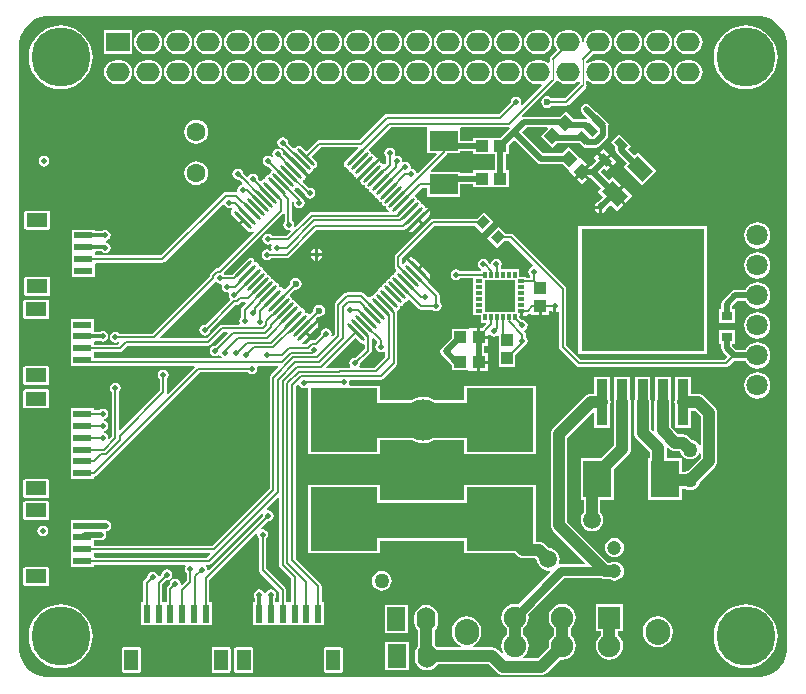
<source format=gtl>
G04*
G04 #@! TF.GenerationSoftware,Altium Limited,Altium Designer,21.3.2 (30)*
G04*
G04 Layer_Physical_Order=1*
G04 Layer_Color=255*
%FSLAX25Y25*%
%MOIN*%
G70*
G04*
G04 #@! TF.SameCoordinates,2D34F3B8-E760-4067-911C-3035D0D24B3A*
G04*
G04*
G04 #@! TF.FilePolarity,Positive*
G04*
G01*
G75*
%ADD11C,0.00787*%
%ADD12C,0.00394*%
%ADD34C,0.11811*%
%ADD41C,0.07087*%
%ADD51R,0.03740X0.03150*%
G04:AMPARAMS|DCode=52|XSize=39.37mil|YSize=41.34mil|CornerRadius=0mil|HoleSize=0mil|Usage=FLASHONLY|Rotation=315.000|XOffset=0mil|YOffset=0mil|HoleType=Round|Shape=Rectangle|*
%AMROTATEDRECTD52*
4,1,4,-0.02854,-0.00070,0.00070,0.02854,0.02854,0.00070,-0.00070,-0.02854,-0.02854,-0.00070,0.0*
%
%ADD52ROTATEDRECTD52*%

G04:AMPARAMS|DCode=53|XSize=23.62mil|YSize=41.34mil|CornerRadius=0mil|HoleSize=0mil|Usage=FLASHONLY|Rotation=45.000|XOffset=0mil|YOffset=0mil|HoleType=Round|Shape=Rectangle|*
%AMROTATEDRECTD53*
4,1,4,0.00626,-0.02297,-0.02297,0.00626,-0.00626,0.02297,0.02297,-0.00626,0.00626,-0.02297,0.0*
%
%ADD53ROTATEDRECTD53*%

%ADD54R,0.09646X0.12402*%
%ADD55R,0.02362X0.06102*%
%ADD56R,0.06102X0.02362*%
%ADD57R,0.01968X0.01378*%
%ADD58R,0.01378X0.01968*%
%ADD59R,0.10236X0.10630*%
G04:AMPARAMS|DCode=60|XSize=39.37mil|YSize=41.34mil|CornerRadius=0mil|HoleSize=0mil|Usage=FLASHONLY|Rotation=45.000|XOffset=0mil|YOffset=0mil|HoleType=Round|Shape=Rectangle|*
%AMROTATEDRECTD60*
4,1,4,0.00070,-0.02854,-0.02854,0.00070,-0.00070,0.02854,0.02854,-0.00070,0.00070,-0.02854,0.0*
%
%ADD60ROTATEDRECTD60*%

G04:AMPARAMS|DCode=61|XSize=72.84mil|YSize=51.18mil|CornerRadius=0mil|HoleSize=0mil|Usage=FLASHONLY|Rotation=315.000|XOffset=0mil|YOffset=0mil|HoleType=Round|Shape=Rectangle|*
%AMROTATEDRECTD61*
4,1,4,-0.04385,0.00766,-0.00766,0.04385,0.04385,-0.00766,0.00766,-0.04385,-0.04385,0.00766,0.0*
%
%ADD61ROTATEDRECTD61*%

%ADD62R,0.03740X0.15551*%
%ADD63R,0.41142X0.40945*%
%ADD64R,0.22441X0.21260*%
%ADD65R,0.04134X0.03937*%
G04:AMPARAMS|DCode=66|XSize=37.4mil|YSize=31.5mil|CornerRadius=0mil|HoleSize=0mil|Usage=FLASHONLY|Rotation=45.000|XOffset=0mil|YOffset=0mil|HoleType=Round|Shape=Rectangle|*
%AMROTATEDRECTD66*
4,1,4,-0.00209,-0.02436,-0.02436,-0.00209,0.00209,0.02436,0.02436,0.00209,-0.00209,-0.02436,0.0*
%
%ADD66ROTATEDRECTD66*%

%ADD67R,0.03937X0.04134*%
%ADD68R,0.09449X0.06693*%
G04:AMPARAMS|DCode=69|XSize=11.81mil|YSize=80.71mil|CornerRadius=0mil|HoleSize=0mil|Usage=FLASHONLY|Rotation=315.000|XOffset=0mil|YOffset=0mil|HoleType=Round|Shape=Round|*
%AMOVALD69*
21,1,0.06890,0.01181,0.00000,0.00000,45.0*
1,1,0.01181,-0.02436,-0.02436*
1,1,0.01181,0.02436,0.02436*
%
%ADD69OVALD69*%

G04:AMPARAMS|DCode=70|XSize=11.81mil|YSize=80.71mil|CornerRadius=0mil|HoleSize=0mil|Usage=FLASHONLY|Rotation=225.000|XOffset=0mil|YOffset=0mil|HoleType=Round|Shape=Round|*
%AMOVALD70*
21,1,0.06890,0.01181,0.00000,0.00000,315.0*
1,1,0.01181,-0.02436,0.02436*
1,1,0.01181,0.02436,-0.02436*
%
%ADD70OVALD70*%

%ADD71C,0.03937*%
%ADD72C,0.01968*%
%ADD73C,0.03150*%
%ADD74C,0.01181*%
%ADD75C,0.00472*%
%ADD76R,0.04724X0.07087*%
%ADD77R,0.04724X0.07087*%
%ADD78R,0.07087X0.04724*%
%ADD79C,0.04724*%
%ADD80R,0.07480X0.07480*%
%ADD81C,0.07480*%
%ADD82O,0.08268X0.08661*%
%ADD83O,0.07874X0.06299*%
%ADD84R,0.07874X0.06299*%
%ADD85C,0.06299*%
%ADD86O,0.06299X0.07874*%
%ADD87R,0.06299X0.07874*%
%ADD88C,0.13780*%
%ADD89C,0.01968*%
%ADD90C,0.02362*%
%ADD91C,0.05000*%
%ADD92C,0.05906*%
%ADD93C,0.19685*%
G36*
X248822Y220088D02*
X250642Y219334D01*
X252280Y218240D01*
X253673Y216847D01*
X254767Y215209D01*
X255521Y213389D01*
X255906Y211457D01*
Y210472D01*
Y10000D01*
Y9015D01*
X255521Y7083D01*
X254767Y5263D01*
X253673Y3625D01*
X252280Y2232D01*
X250642Y1138D01*
X248822Y384D01*
X246890Y0D01*
X9015D01*
X7083Y384D01*
X5263Y1138D01*
X3625Y2232D01*
X2232Y3625D01*
X1138Y5263D01*
X384Y7083D01*
X0Y9015D01*
Y10000D01*
Y210472D01*
Y211457D01*
X384Y213389D01*
X1138Y215209D01*
X2232Y216847D01*
X3625Y218240D01*
X5263Y219334D01*
X7083Y220088D01*
X9015Y220472D01*
X246890D01*
X248822Y220088D01*
D02*
G37*
%LPC*%
G36*
X223799Y215782D02*
X222224D01*
X221197Y215647D01*
X220239Y215250D01*
X219416Y214619D01*
X218785Y213796D01*
X218389Y212839D01*
X218306Y212213D01*
X218264Y211891D01*
X217760D01*
X217717Y212213D01*
X217635Y212839D01*
X217238Y213796D01*
X216607Y214619D01*
X215785Y215250D01*
X214827Y215647D01*
X213799Y215782D01*
X212224D01*
X211197Y215647D01*
X210239Y215250D01*
X209417Y214619D01*
X208785Y213796D01*
X208389Y212839D01*
X208306Y212213D01*
X208264Y211891D01*
X207760D01*
X207717Y212213D01*
X207635Y212839D01*
X207238Y213796D01*
X206607Y214619D01*
X205785Y215250D01*
X204827Y215647D01*
X203799Y215782D01*
X202224D01*
X201197Y215647D01*
X200239Y215250D01*
X199416Y214619D01*
X198785Y213796D01*
X198389Y212839D01*
X198306Y212213D01*
X198264Y211891D01*
X197760D01*
X197717Y212213D01*
X197635Y212839D01*
X197238Y213796D01*
X196607Y214619D01*
X195785Y215250D01*
X194827Y215647D01*
X193799Y215782D01*
X192224D01*
X191197Y215647D01*
X190239Y215250D01*
X189417Y214619D01*
X188785Y213796D01*
X188389Y212839D01*
X188306Y212213D01*
X188264Y211891D01*
X187760D01*
X187728Y212132D01*
X187635Y212839D01*
X187238Y213796D01*
X186607Y214619D01*
X185785Y215250D01*
X184827Y215647D01*
X183799Y215782D01*
X182224D01*
X181197Y215647D01*
X180239Y215250D01*
X179417Y214619D01*
X178785Y213796D01*
X178389Y212839D01*
X178306Y212213D01*
X178264Y211891D01*
X177760D01*
X177717Y212213D01*
X177635Y212839D01*
X177238Y213796D01*
X176607Y214619D01*
X175785Y215250D01*
X174827Y215647D01*
X173799Y215782D01*
X172224D01*
X171197Y215647D01*
X170239Y215250D01*
X169416Y214619D01*
X168785Y213796D01*
X168389Y212839D01*
X168306Y212213D01*
X168264Y211891D01*
X167760D01*
X167717Y212213D01*
X167635Y212839D01*
X167238Y213796D01*
X166607Y214619D01*
X165785Y215250D01*
X164827Y215647D01*
X163799Y215782D01*
X162224D01*
X161197Y215647D01*
X160239Y215250D01*
X159416Y214619D01*
X158785Y213796D01*
X158389Y212839D01*
X158306Y212213D01*
X158264Y211891D01*
X157760D01*
X157717Y212213D01*
X157635Y212839D01*
X157238Y213796D01*
X156607Y214619D01*
X155785Y215250D01*
X154827Y215647D01*
X153799Y215782D01*
X152224D01*
X151197Y215647D01*
X150239Y215250D01*
X149416Y214619D01*
X148785Y213796D01*
X148389Y212839D01*
X148306Y212213D01*
X148264Y211891D01*
X147760D01*
X147717Y212213D01*
X147635Y212839D01*
X147238Y213796D01*
X146607Y214619D01*
X145785Y215250D01*
X144827Y215647D01*
X143799Y215782D01*
X142224D01*
X141197Y215647D01*
X140239Y215250D01*
X139417Y214619D01*
X138785Y213796D01*
X138389Y212839D01*
X138306Y212213D01*
X138264Y211891D01*
X137760D01*
X137717Y212213D01*
X137635Y212839D01*
X137238Y213796D01*
X136607Y214619D01*
X135785Y215250D01*
X134827Y215647D01*
X133799Y215782D01*
X132224D01*
X131197Y215647D01*
X130239Y215250D01*
X129417Y214619D01*
X128785Y213796D01*
X128389Y212839D01*
X128306Y212213D01*
X128264Y211891D01*
X127760D01*
X127717Y212213D01*
X127635Y212839D01*
X127238Y213796D01*
X126607Y214619D01*
X125785Y215250D01*
X124827Y215647D01*
X123799Y215782D01*
X122224D01*
X121197Y215647D01*
X120239Y215250D01*
X119416Y214619D01*
X118785Y213796D01*
X118389Y212839D01*
X118306Y212213D01*
X118264Y211891D01*
X117760D01*
X117717Y212213D01*
X117635Y212839D01*
X117238Y213796D01*
X116607Y214619D01*
X115785Y215250D01*
X114827Y215647D01*
X113799Y215782D01*
X112224D01*
X111197Y215647D01*
X110239Y215250D01*
X109416Y214619D01*
X108785Y213796D01*
X108389Y212839D01*
X108306Y212213D01*
X108264Y211891D01*
X107760D01*
X107717Y212213D01*
X107635Y212839D01*
X107238Y213796D01*
X106607Y214619D01*
X105785Y215250D01*
X104827Y215647D01*
X103799Y215782D01*
X102224D01*
X101197Y215647D01*
X100239Y215250D01*
X99417Y214619D01*
X98785Y213796D01*
X98389Y212839D01*
X98306Y212213D01*
X98264Y211891D01*
X97760D01*
X97717Y212213D01*
X97635Y212839D01*
X97238Y213796D01*
X96607Y214619D01*
X95785Y215250D01*
X94827Y215647D01*
X93799Y215782D01*
X92224D01*
X91197Y215647D01*
X90239Y215250D01*
X89416Y214619D01*
X88785Y213796D01*
X88389Y212839D01*
X88306Y212213D01*
X88264Y211891D01*
X87760D01*
X87717Y212213D01*
X87635Y212839D01*
X87238Y213796D01*
X86607Y214619D01*
X85785Y215250D01*
X84827Y215647D01*
X83799Y215782D01*
X82224D01*
X81197Y215647D01*
X80239Y215250D01*
X79417Y214619D01*
X78785Y213796D01*
X78389Y212839D01*
X78306Y212213D01*
X78264Y211891D01*
X77760D01*
X77717Y212213D01*
X77635Y212839D01*
X77238Y213796D01*
X76607Y214619D01*
X75785Y215250D01*
X74827Y215647D01*
X73799Y215782D01*
X72224D01*
X71197Y215647D01*
X70239Y215250D01*
X69416Y214619D01*
X68785Y213796D01*
X68389Y212839D01*
X68306Y212213D01*
X68264Y211891D01*
X67760D01*
X67717Y212213D01*
X67635Y212839D01*
X67238Y213796D01*
X66607Y214619D01*
X65785Y215250D01*
X64827Y215647D01*
X63799Y215782D01*
X62224D01*
X61197Y215647D01*
X60239Y215250D01*
X59417Y214619D01*
X58785Y213796D01*
X58389Y212839D01*
X58306Y212213D01*
X58264Y211891D01*
X57760D01*
X57717Y212213D01*
X57635Y212839D01*
X57238Y213796D01*
X56607Y214619D01*
X55785Y215250D01*
X54827Y215647D01*
X53799Y215782D01*
X52224D01*
X51197Y215647D01*
X50239Y215250D01*
X49417Y214619D01*
X48785Y213796D01*
X48389Y212839D01*
X48306Y212213D01*
X48264Y211891D01*
X47760D01*
X47717Y212213D01*
X47635Y212839D01*
X47238Y213796D01*
X46607Y214619D01*
X45785Y215250D01*
X44827Y215647D01*
X43799Y215782D01*
X42224D01*
X41197Y215647D01*
X40239Y215250D01*
X39417Y214619D01*
X38785Y213796D01*
X38389Y212839D01*
X38253Y211811D01*
X38389Y210783D01*
X38785Y209825D01*
X39417Y209003D01*
X40239Y208372D01*
X41197Y207975D01*
X42224Y207840D01*
X43799D01*
X44827Y207975D01*
X45785Y208372D01*
X46607Y209003D01*
X47238Y209825D01*
X47635Y210783D01*
X47717Y211409D01*
X47760Y211731D01*
X48264D01*
X48306Y211409D01*
X48389Y210783D01*
X48785Y209825D01*
X49417Y209003D01*
X50239Y208372D01*
X51197Y207975D01*
X52224Y207840D01*
X53799D01*
X54827Y207975D01*
X55785Y208372D01*
X56607Y209003D01*
X57238Y209825D01*
X57635Y210783D01*
X57717Y211409D01*
X57760Y211731D01*
X58264D01*
X58306Y211409D01*
X58389Y210783D01*
X58785Y209825D01*
X59417Y209003D01*
X60239Y208372D01*
X61197Y207975D01*
X62224Y207840D01*
X63799D01*
X64827Y207975D01*
X65785Y208372D01*
X66607Y209003D01*
X67238Y209825D01*
X67635Y210783D01*
X67717Y211409D01*
X67760Y211731D01*
X68264D01*
X68306Y211409D01*
X68389Y210783D01*
X68785Y209825D01*
X69416Y209003D01*
X70239Y208372D01*
X71197Y207975D01*
X72224Y207840D01*
X73799D01*
X74827Y207975D01*
X75785Y208372D01*
X76607Y209003D01*
X77238Y209825D01*
X77635Y210783D01*
X77717Y211409D01*
X77760Y211731D01*
X78264D01*
X78306Y211409D01*
X78389Y210783D01*
X78785Y209825D01*
X79417Y209003D01*
X80239Y208372D01*
X81197Y207975D01*
X82224Y207840D01*
X83799D01*
X84827Y207975D01*
X85785Y208372D01*
X86607Y209003D01*
X87238Y209825D01*
X87635Y210783D01*
X87717Y211409D01*
X87760Y211731D01*
X88264D01*
X88306Y211409D01*
X88389Y210783D01*
X88785Y209825D01*
X89416Y209003D01*
X90239Y208372D01*
X91197Y207975D01*
X92224Y207840D01*
X93799D01*
X94827Y207975D01*
X95785Y208372D01*
X96607Y209003D01*
X97238Y209825D01*
X97635Y210783D01*
X97717Y211409D01*
X97760Y211731D01*
X98264D01*
X98306Y211409D01*
X98389Y210783D01*
X98785Y209825D01*
X99417Y209003D01*
X100239Y208372D01*
X101197Y207975D01*
X102224Y207840D01*
X103799D01*
X104827Y207975D01*
X105785Y208372D01*
X106607Y209003D01*
X107238Y209825D01*
X107635Y210783D01*
X107717Y211409D01*
X107760Y211731D01*
X108264D01*
X108306Y211409D01*
X108389Y210783D01*
X108785Y209825D01*
X109416Y209003D01*
X110239Y208372D01*
X111197Y207975D01*
X112224Y207840D01*
X113799D01*
X114827Y207975D01*
X115785Y208372D01*
X116607Y209003D01*
X117238Y209825D01*
X117635Y210783D01*
X117717Y211409D01*
X117760Y211731D01*
X118264D01*
X118306Y211409D01*
X118389Y210783D01*
X118785Y209825D01*
X119416Y209003D01*
X120239Y208372D01*
X121197Y207975D01*
X122224Y207840D01*
X123799D01*
X124827Y207975D01*
X125785Y208372D01*
X126607Y209003D01*
X127238Y209825D01*
X127635Y210783D01*
X127717Y211409D01*
X127760Y211731D01*
X128264D01*
X128306Y211409D01*
X128389Y210783D01*
X128785Y209825D01*
X129417Y209003D01*
X130239Y208372D01*
X131197Y207975D01*
X132224Y207840D01*
X133799D01*
X134827Y207975D01*
X135785Y208372D01*
X136607Y209003D01*
X137238Y209825D01*
X137635Y210783D01*
X137717Y211409D01*
X137760Y211731D01*
X138264D01*
X138306Y211409D01*
X138389Y210783D01*
X138785Y209825D01*
X139417Y209003D01*
X140239Y208372D01*
X141197Y207975D01*
X142224Y207840D01*
X143799D01*
X144827Y207975D01*
X145785Y208372D01*
X146607Y209003D01*
X147238Y209825D01*
X147635Y210783D01*
X147717Y211409D01*
X147760Y211731D01*
X148264D01*
X148306Y211409D01*
X148389Y210783D01*
X148785Y209825D01*
X149416Y209003D01*
X150239Y208372D01*
X151197Y207975D01*
X152224Y207840D01*
X153799D01*
X154827Y207975D01*
X155785Y208372D01*
X156607Y209003D01*
X157238Y209825D01*
X157635Y210783D01*
X157717Y211409D01*
X157760Y211731D01*
X158264D01*
X158306Y211409D01*
X158389Y210783D01*
X158785Y209825D01*
X159416Y209003D01*
X160239Y208372D01*
X161197Y207975D01*
X162224Y207840D01*
X163799D01*
X164827Y207975D01*
X165785Y208372D01*
X166607Y209003D01*
X167238Y209825D01*
X167635Y210783D01*
X167717Y211409D01*
X167760Y211731D01*
X168264D01*
X168306Y211409D01*
X168389Y210783D01*
X168785Y209825D01*
X169416Y209003D01*
X170239Y208372D01*
X171197Y207975D01*
X172224Y207840D01*
X173799D01*
X174827Y207975D01*
X175785Y208372D01*
X176607Y209003D01*
X177238Y209825D01*
X177635Y210783D01*
X177717Y211409D01*
X177760Y211731D01*
X178264D01*
X178306Y211409D01*
X178389Y210783D01*
X178785Y209825D01*
X179233Y209243D01*
X177121Y207131D01*
X176860Y206740D01*
X176768Y206279D01*
X176860Y205819D01*
X176929Y205716D01*
Y204986D01*
X176429Y204756D01*
X175785Y205250D01*
X174827Y205647D01*
X173799Y205782D01*
X172224D01*
X171197Y205647D01*
X170239Y205250D01*
X169416Y204619D01*
X168785Y203797D01*
X168389Y202839D01*
X168306Y202213D01*
X168264Y201891D01*
X167760D01*
X167717Y202213D01*
X167635Y202839D01*
X167238Y203797D01*
X166607Y204619D01*
X165785Y205250D01*
X164827Y205647D01*
X163799Y205782D01*
X162224D01*
X161197Y205647D01*
X160239Y205250D01*
X159416Y204619D01*
X158785Y203797D01*
X158389Y202839D01*
X158306Y202213D01*
X158264Y201891D01*
X157760D01*
X157717Y202213D01*
X157635Y202839D01*
X157238Y203797D01*
X156607Y204619D01*
X155785Y205250D01*
X154827Y205647D01*
X153799Y205782D01*
X152224D01*
X151197Y205647D01*
X150239Y205250D01*
X149416Y204619D01*
X148785Y203797D01*
X148389Y202839D01*
X148306Y202213D01*
X148264Y201891D01*
X147760D01*
X147717Y202213D01*
X147635Y202839D01*
X147238Y203797D01*
X146607Y204619D01*
X145785Y205250D01*
X144827Y205647D01*
X143799Y205782D01*
X142224D01*
X141197Y205647D01*
X140239Y205250D01*
X139417Y204619D01*
X138785Y203797D01*
X138389Y202839D01*
X138306Y202213D01*
X138264Y201891D01*
X137760D01*
X137717Y202213D01*
X137635Y202839D01*
X137238Y203797D01*
X136607Y204619D01*
X135785Y205250D01*
X134827Y205647D01*
X133799Y205782D01*
X132224D01*
X131197Y205647D01*
X130239Y205250D01*
X129417Y204619D01*
X128785Y203797D01*
X128389Y202839D01*
X128306Y202213D01*
X128264Y201891D01*
X127760D01*
X127717Y202213D01*
X127635Y202839D01*
X127238Y203797D01*
X126607Y204619D01*
X125785Y205250D01*
X124827Y205647D01*
X123799Y205782D01*
X122224D01*
X121197Y205647D01*
X120239Y205250D01*
X119416Y204619D01*
X118785Y203797D01*
X118389Y202839D01*
X118306Y202213D01*
X118264Y201891D01*
X117760D01*
X117717Y202213D01*
X117635Y202839D01*
X117238Y203797D01*
X116607Y204619D01*
X115785Y205250D01*
X114827Y205647D01*
X113799Y205782D01*
X112224D01*
X111197Y205647D01*
X110239Y205250D01*
X109416Y204619D01*
X108785Y203797D01*
X108389Y202839D01*
X108306Y202213D01*
X108264Y201891D01*
X107760D01*
X107717Y202213D01*
X107635Y202839D01*
X107238Y203797D01*
X106607Y204619D01*
X105785Y205250D01*
X104827Y205647D01*
X103799Y205782D01*
X102224D01*
X101197Y205647D01*
X100239Y205250D01*
X99417Y204619D01*
X98785Y203797D01*
X98389Y202839D01*
X98306Y202213D01*
X98264Y201891D01*
X97760D01*
X97717Y202213D01*
X97635Y202839D01*
X97238Y203797D01*
X96607Y204619D01*
X95785Y205250D01*
X94827Y205647D01*
X93799Y205782D01*
X92224D01*
X91197Y205647D01*
X90239Y205250D01*
X89416Y204619D01*
X88785Y203797D01*
X88389Y202839D01*
X88306Y202213D01*
X88264Y201891D01*
X87760D01*
X87717Y202213D01*
X87635Y202839D01*
X87238Y203797D01*
X86607Y204619D01*
X85785Y205250D01*
X84827Y205647D01*
X83799Y205782D01*
X82224D01*
X81197Y205647D01*
X80239Y205250D01*
X79417Y204619D01*
X78785Y203797D01*
X78389Y202839D01*
X78306Y202213D01*
X78264Y201891D01*
X77760D01*
X77717Y202213D01*
X77635Y202839D01*
X77238Y203797D01*
X76607Y204619D01*
X75785Y205250D01*
X74827Y205647D01*
X73799Y205782D01*
X72224D01*
X71197Y205647D01*
X70239Y205250D01*
X69416Y204619D01*
X68785Y203797D01*
X68389Y202839D01*
X68306Y202213D01*
X68264Y201891D01*
X67760D01*
X67717Y202213D01*
X67635Y202839D01*
X67238Y203797D01*
X66607Y204619D01*
X65785Y205250D01*
X64827Y205647D01*
X63799Y205782D01*
X62224D01*
X61197Y205647D01*
X60239Y205250D01*
X59417Y204619D01*
X58785Y203797D01*
X58389Y202839D01*
X58306Y202213D01*
X58264Y201891D01*
X57760D01*
X57717Y202213D01*
X57635Y202839D01*
X57238Y203797D01*
X56607Y204619D01*
X55785Y205250D01*
X54827Y205647D01*
X53799Y205782D01*
X52224D01*
X51197Y205647D01*
X50239Y205250D01*
X49417Y204619D01*
X48785Y203797D01*
X48389Y202839D01*
X48306Y202213D01*
X48264Y201891D01*
X47760D01*
X47717Y202213D01*
X47635Y202839D01*
X47238Y203797D01*
X46607Y204619D01*
X45785Y205250D01*
X44827Y205647D01*
X43799Y205782D01*
X42224D01*
X41197Y205647D01*
X40239Y205250D01*
X39417Y204619D01*
X38785Y203797D01*
X38389Y202839D01*
X38306Y202213D01*
X38264Y201891D01*
X37760D01*
X37717Y202213D01*
X37635Y202839D01*
X37238Y203797D01*
X36607Y204619D01*
X35785Y205250D01*
X34827Y205647D01*
X33799Y205782D01*
X32224D01*
X31197Y205647D01*
X30239Y205250D01*
X29416Y204619D01*
X28785Y203797D01*
X28389Y202839D01*
X28253Y201811D01*
X28389Y200783D01*
X28785Y199826D01*
X29416Y199003D01*
X30239Y198372D01*
X31197Y197975D01*
X32224Y197840D01*
X33799D01*
X34827Y197975D01*
X35785Y198372D01*
X36607Y199003D01*
X37238Y199826D01*
X37635Y200783D01*
X37717Y201409D01*
X37760Y201731D01*
X38264D01*
X38306Y201409D01*
X38389Y200783D01*
X38785Y199826D01*
X39417Y199003D01*
X40239Y198372D01*
X41197Y197975D01*
X42224Y197840D01*
X43799D01*
X44827Y197975D01*
X45785Y198372D01*
X46607Y199003D01*
X47238Y199826D01*
X47635Y200783D01*
X47717Y201409D01*
X47760Y201731D01*
X48264D01*
X48306Y201409D01*
X48389Y200783D01*
X48785Y199826D01*
X49417Y199003D01*
X50239Y198372D01*
X51197Y197975D01*
X52224Y197840D01*
X53799D01*
X54827Y197975D01*
X55785Y198372D01*
X56607Y199003D01*
X57238Y199826D01*
X57635Y200783D01*
X57717Y201409D01*
X57760Y201731D01*
X58264D01*
X58306Y201409D01*
X58389Y200783D01*
X58785Y199826D01*
X59417Y199003D01*
X60239Y198372D01*
X61197Y197975D01*
X62224Y197840D01*
X63799D01*
X64827Y197975D01*
X65785Y198372D01*
X66607Y199003D01*
X67238Y199826D01*
X67635Y200783D01*
X67717Y201409D01*
X67760Y201731D01*
X68264D01*
X68306Y201409D01*
X68389Y200783D01*
X68785Y199826D01*
X69416Y199003D01*
X70239Y198372D01*
X71197Y197975D01*
X72224Y197840D01*
X73799D01*
X74827Y197975D01*
X75785Y198372D01*
X76607Y199003D01*
X77238Y199826D01*
X77635Y200783D01*
X77717Y201409D01*
X77760Y201731D01*
X78264D01*
X78306Y201409D01*
X78389Y200783D01*
X78785Y199826D01*
X79417Y199003D01*
X80239Y198372D01*
X81197Y197975D01*
X82224Y197840D01*
X83799D01*
X84827Y197975D01*
X85785Y198372D01*
X86607Y199003D01*
X87238Y199826D01*
X87635Y200783D01*
X87717Y201409D01*
X87760Y201731D01*
X88264D01*
X88306Y201409D01*
X88389Y200783D01*
X88785Y199826D01*
X89416Y199003D01*
X90239Y198372D01*
X91197Y197975D01*
X92224Y197840D01*
X93799D01*
X94827Y197975D01*
X95785Y198372D01*
X96607Y199003D01*
X97238Y199826D01*
X97635Y200783D01*
X97717Y201409D01*
X97760Y201731D01*
X98264D01*
X98306Y201409D01*
X98389Y200783D01*
X98785Y199826D01*
X99417Y199003D01*
X100239Y198372D01*
X101197Y197975D01*
X102224Y197840D01*
X103799D01*
X104827Y197975D01*
X105785Y198372D01*
X106607Y199003D01*
X107238Y199826D01*
X107635Y200783D01*
X107717Y201409D01*
X107760Y201731D01*
X108264D01*
X108306Y201409D01*
X108389Y200783D01*
X108785Y199826D01*
X109416Y199003D01*
X110239Y198372D01*
X111197Y197975D01*
X112224Y197840D01*
X113799D01*
X114827Y197975D01*
X115785Y198372D01*
X116607Y199003D01*
X117238Y199826D01*
X117635Y200783D01*
X117717Y201409D01*
X117760Y201731D01*
X118264D01*
X118306Y201409D01*
X118389Y200783D01*
X118785Y199826D01*
X119416Y199003D01*
X120239Y198372D01*
X121197Y197975D01*
X122224Y197840D01*
X123799D01*
X124827Y197975D01*
X125785Y198372D01*
X126607Y199003D01*
X127238Y199826D01*
X127635Y200783D01*
X127717Y201409D01*
X127760Y201731D01*
X128264D01*
X128306Y201409D01*
X128389Y200783D01*
X128785Y199826D01*
X129417Y199003D01*
X130239Y198372D01*
X131197Y197975D01*
X132224Y197840D01*
X133799D01*
X134827Y197975D01*
X135785Y198372D01*
X136607Y199003D01*
X137238Y199826D01*
X137635Y200783D01*
X137717Y201409D01*
X137760Y201731D01*
X138264D01*
X138306Y201409D01*
X138389Y200783D01*
X138785Y199826D01*
X139417Y199003D01*
X140239Y198372D01*
X141197Y197975D01*
X142224Y197840D01*
X143799D01*
X144827Y197975D01*
X145785Y198372D01*
X146607Y199003D01*
X147238Y199826D01*
X147635Y200783D01*
X147717Y201409D01*
X147760Y201731D01*
X148264D01*
X148306Y201409D01*
X148389Y200783D01*
X148785Y199826D01*
X149416Y199003D01*
X150239Y198372D01*
X151197Y197975D01*
X152224Y197840D01*
X153799D01*
X154827Y197975D01*
X155785Y198372D01*
X156607Y199003D01*
X157238Y199826D01*
X157635Y200783D01*
X157717Y201409D01*
X157760Y201731D01*
X158264D01*
X158306Y201409D01*
X158389Y200783D01*
X158785Y199826D01*
X159416Y199003D01*
X160239Y198372D01*
X161197Y197975D01*
X162224Y197840D01*
X163799D01*
X164827Y197975D01*
X165785Y198372D01*
X166607Y199003D01*
X167238Y199826D01*
X167635Y200783D01*
X167717Y201409D01*
X167760Y201731D01*
X168264D01*
X168306Y201409D01*
X168389Y200783D01*
X168785Y199826D01*
X169416Y199003D01*
X170239Y198372D01*
X171197Y197975D01*
X172224Y197840D01*
X173799D01*
X174070Y197876D01*
X174304Y197402D01*
X167495Y190594D01*
X167107Y190912D01*
X167259Y191139D01*
X167396Y191831D01*
X167259Y192522D01*
X166867Y193108D01*
X166281Y193500D01*
X165590Y193637D01*
X164899Y193500D01*
X164313Y193108D01*
X163921Y192522D01*
X163784Y191831D01*
X163801Y191745D01*
X159874Y187818D01*
X122441D01*
X121980Y187727D01*
X121589Y187466D01*
X121589Y187466D01*
X113281Y179157D01*
X100057D01*
X99596Y179065D01*
X99205Y178804D01*
X99205Y178804D01*
X95698Y175297D01*
X94114Y176882D01*
X93658Y177186D01*
X93121Y177293D01*
X92583Y177186D01*
X92127Y176882D01*
X91922Y176575D01*
X91354Y176436D01*
X89575Y178215D01*
X89592Y178301D01*
X89455Y178992D01*
X89063Y179578D01*
X88477Y179970D01*
X87786Y180107D01*
X87095Y179970D01*
X86509Y179578D01*
X86117Y178992D01*
X85980Y178301D01*
X86117Y177609D01*
X86509Y177023D01*
X87095Y176632D01*
X87786Y176494D01*
X87872Y176511D01*
X89394Y174989D01*
X89373Y174775D01*
X93126Y171022D01*
X96639Y167510D01*
X96707Y167612D01*
X96830Y168233D01*
X96824Y168264D01*
X97138Y168327D01*
X97594Y168631D01*
X97899Y169087D01*
X98003Y169614D01*
X98530Y169719D01*
X98986Y170023D01*
X99290Y170479D01*
X99397Y171017D01*
X99290Y171554D01*
X98986Y172010D01*
X97401Y173594D01*
X100556Y176749D01*
X112776D01*
X112968Y176287D01*
X108691Y172010D01*
X108387Y171554D01*
X108280Y171017D01*
X108387Y170479D01*
X108691Y170023D01*
X109147Y169719D01*
X109674Y169614D01*
X109779Y169087D01*
X110083Y168631D01*
X110539Y168327D01*
X111066Y168222D01*
X111171Y167695D01*
X111475Y167239D01*
X111931Y166935D01*
X112245Y166872D01*
X112239Y166841D01*
X112362Y166220D01*
X112431Y166118D01*
X115943Y169630D01*
X119455Y173143D01*
X119353Y173211D01*
X118732Y173334D01*
X118701Y173328D01*
X118638Y173642D01*
X118334Y174098D01*
X117878Y174402D01*
X117351Y174507D01*
X117246Y175034D01*
X116942Y175490D01*
X116718Y175640D01*
X116612Y176241D01*
X123813Y183441D01*
X135804D01*
X136038Y183038D01*
Y174770D01*
X138921D01*
X139112Y174308D01*
X132941Y168137D01*
X132399Y168302D01*
X132378Y168408D01*
X131986Y168994D01*
X131400Y169385D01*
X130852Y169494D01*
X130512Y169955D01*
X130546Y170129D01*
X130409Y170821D01*
X130017Y171407D01*
X129431Y171798D01*
X128740Y171936D01*
X128198Y171828D01*
X127888Y171974D01*
X127707Y172171D01*
X127594Y172739D01*
X127202Y173325D01*
X126617Y173716D01*
X125925Y173854D01*
X125620Y173793D01*
X125479Y173908D01*
X125255Y174230D01*
X125369Y174803D01*
X125232Y175494D01*
X124840Y176080D01*
X124254Y176472D01*
X123563Y176610D01*
X122872Y176472D01*
X122286Y176080D01*
X121894Y175494D01*
X121757Y174803D01*
X121894Y174112D01*
X122286Y173526D01*
X122359Y173477D01*
Y171474D01*
X121868Y170984D01*
X121267Y171090D01*
X121118Y171314D01*
X120662Y171619D01*
X120348Y171681D01*
X120354Y171713D01*
X120231Y172333D01*
X120162Y172435D01*
X116650Y168923D01*
X113138Y165411D01*
X113240Y165343D01*
X113861Y165219D01*
X113892Y165225D01*
X113954Y164911D01*
X114259Y164455D01*
X114715Y164151D01*
X115242Y164046D01*
X115347Y163519D01*
X115651Y163064D01*
X116107Y162759D01*
X116634Y162654D01*
X116738Y162127D01*
X117043Y161671D01*
X117499Y161367D01*
X118026Y161262D01*
X118130Y160735D01*
X118435Y160280D01*
X118891Y159975D01*
X119418Y159870D01*
X119522Y159344D01*
X119827Y158888D01*
X120283Y158583D01*
X120809Y158478D01*
X120914Y157951D01*
X121219Y157496D01*
X121675Y157191D01*
X122201Y157086D01*
X122306Y156560D01*
X122611Y156104D01*
X123066Y155799D01*
X123087Y155795D01*
X123143Y155638D01*
X122791Y155138D01*
X97536D01*
X97536Y155138D01*
X97075Y155046D01*
X96684Y154785D01*
X96684Y154785D01*
X92042Y150143D01*
X91581Y150389D01*
X91683Y150900D01*
X91545Y151591D01*
X91154Y152177D01*
X90968Y152301D01*
Y158571D01*
X91468Y158780D01*
X91602Y158649D01*
X91501Y158141D01*
X91638Y157450D01*
X92030Y156864D01*
X92616Y156472D01*
X93307Y156335D01*
X93998Y156472D01*
X94584Y156864D01*
X94976Y157450D01*
X95113Y158141D01*
X94976Y158832D01*
X94584Y159418D01*
X94336Y159584D01*
X94159Y159850D01*
X94159Y159850D01*
X91696Y162313D01*
X91802Y162914D01*
X92026Y163064D01*
X92176Y163287D01*
X92777Y163394D01*
X95116Y161054D01*
X95182Y160726D01*
X95573Y160140D01*
X96159Y159748D01*
X96850Y159611D01*
X97542Y159748D01*
X98128Y160140D01*
X98519Y160726D01*
X98657Y161417D01*
X98519Y162109D01*
X98128Y162695D01*
X97542Y163086D01*
X96850Y163224D01*
X96435Y163141D01*
X94480Y165097D01*
X94586Y165698D01*
X94810Y165847D01*
X95115Y166303D01*
X95177Y166617D01*
X95209Y166611D01*
X95829Y166735D01*
X95931Y166803D01*
X92419Y170315D01*
X88744Y173990D01*
X88412Y173949D01*
X88014Y174346D01*
X88027Y174409D01*
X87889Y175101D01*
X87498Y175687D01*
X86912Y176078D01*
X86221Y176216D01*
X85529Y176078D01*
X84943Y175687D01*
X84552Y175101D01*
X84414Y174409D01*
X84544Y173755D01*
X84462Y173650D01*
X84152Y173416D01*
X83703Y173716D01*
X83012Y173854D01*
X82321Y173716D01*
X81735Y173325D01*
X81343Y172739D01*
X81205Y172047D01*
X81343Y171356D01*
X81735Y170770D01*
X82321Y170378D01*
X83012Y170241D01*
X83123Y170263D01*
X84106Y169281D01*
X84000Y168680D01*
X83776Y168530D01*
X83471Y168074D01*
X83366Y167548D01*
X82839Y167443D01*
X82384Y167138D01*
X82079Y166683D01*
X81974Y166156D01*
X81447Y166051D01*
X80992Y165746D01*
X80898Y165606D01*
X80264Y165533D01*
X79742Y166056D01*
X79759Y166142D01*
X79622Y166833D01*
X79230Y167419D01*
X78644Y167811D01*
X77953Y167948D01*
X77262Y167811D01*
X76675Y167419D01*
X76379Y166976D01*
X75813Y166835D01*
X74647Y168001D01*
X74566Y168408D01*
X74174Y168994D01*
X73588Y169385D01*
X72897Y169523D01*
X72206Y169385D01*
X71620Y168994D01*
X71228Y168408D01*
X71091Y167717D01*
X71228Y167025D01*
X71620Y166439D01*
X72206Y166048D01*
X72897Y165910D01*
X73220Y165974D01*
X73368Y165826D01*
X73512Y165730D01*
X74351Y164891D01*
X74187Y164348D01*
X73780Y164267D01*
X73194Y163876D01*
X72803Y163290D01*
X72665Y162598D01*
X72738Y162235D01*
X72312Y161810D01*
X72189Y161834D01*
X72189Y161834D01*
X68898D01*
X68437Y161742D01*
X68046Y161481D01*
X47237Y140673D01*
X25550D01*
X25197Y141026D01*
X25197Y141647D01*
X25550Y142000D01*
X27507D01*
X28049Y141638D01*
X28740Y141501D01*
X29431Y141638D01*
X30018Y142030D01*
X30409Y142616D01*
X30547Y143307D01*
X30409Y143998D01*
X30018Y144584D01*
X29431Y144976D01*
X29017Y145059D01*
X28959Y145070D01*
Y145580D01*
X29017Y145591D01*
X29431Y145674D01*
X30018Y146065D01*
X30409Y146651D01*
X30547Y147343D01*
X30409Y148034D01*
X30018Y148620D01*
X29431Y149011D01*
X28740Y149149D01*
X28049Y149011D01*
X27654Y148748D01*
X25197D01*
Y149311D01*
X17520D01*
Y145874D01*
X17520Y145374D01*
X17520Y144874D01*
Y141937D01*
X17520Y141437D01*
X17520Y140937D01*
Y138000D01*
X17520Y137500D01*
X17520Y137000D01*
Y133563D01*
X25197D01*
Y137000D01*
X25197Y137500D01*
X25197Y137911D01*
X25550Y138264D01*
X47736D01*
X47736Y138264D01*
X48197Y138356D01*
X48588Y138617D01*
X67842Y157871D01*
X68384Y157706D01*
X68410Y157577D01*
X68801Y156990D01*
X69388Y156599D01*
X70079Y156461D01*
X70770Y156599D01*
X70859Y156658D01*
X70904Y156630D01*
X70946Y156526D01*
X70986Y155993D01*
X70743Y155630D01*
X70620Y155009D01*
X70743Y154389D01*
X71095Y153863D01*
X73177Y151780D01*
X74324Y152927D01*
X75031Y152220D01*
X73884Y151073D01*
X75967Y148991D01*
X76493Y148639D01*
X77113Y148516D01*
X77734Y148639D01*
X78048Y148849D01*
X78367Y148461D01*
X66347Y136441D01*
X66032D01*
X66032Y136441D01*
X65571Y136349D01*
X65181Y136088D01*
X65181Y136088D01*
X63912Y134819D01*
X63651Y134429D01*
X63560Y133968D01*
X63560Y133968D01*
Y133653D01*
X44496Y114590D01*
X33413D01*
X33364Y114663D01*
X32778Y115055D01*
X32087Y115192D01*
X31395Y115055D01*
X30809Y114663D01*
X30418Y114077D01*
X30280Y113386D01*
X30418Y112695D01*
X30809Y112109D01*
X31395Y111717D01*
X32087Y111580D01*
X32778Y111717D01*
X33135Y111955D01*
X33272Y111925D01*
X33432Y111378D01*
X33002Y110948D01*
X25255D01*
X24902Y111302D01*
X24902Y111923D01*
X25255Y112276D01*
X26866D01*
X27261Y112012D01*
X27953Y111875D01*
X28644Y112012D01*
X29230Y112404D01*
X29622Y112990D01*
X29759Y113681D01*
X29622Y114372D01*
X29230Y114958D01*
X28644Y115350D01*
X27953Y115488D01*
X27261Y115350D01*
X26866Y115086D01*
X25255D01*
X24902Y115440D01*
Y115650D01*
X24902Y116150D01*
Y119587D01*
X17224D01*
Y116150D01*
X17224Y115650D01*
X17224Y115150D01*
Y112213D01*
X17224Y111713D01*
X17224Y111213D01*
Y107776D01*
X17224D01*
Y107776D01*
X17224D01*
Y103839D01*
X24902D01*
Y103914D01*
X58320D01*
X58527Y103414D01*
X49650Y94537D01*
X49189Y94783D01*
X49236Y95017D01*
Y99461D01*
X49309Y99510D01*
X49700Y100096D01*
X49838Y100787D01*
X49700Y101479D01*
X49309Y102065D01*
X48723Y102456D01*
X48031Y102594D01*
X47340Y102456D01*
X46754Y102065D01*
X46363Y101479D01*
X46225Y100787D01*
X46363Y100096D01*
X46754Y99510D01*
X46827Y99461D01*
Y95516D01*
X33753Y82442D01*
X33291Y82633D01*
Y95131D01*
X33364Y95179D01*
X33755Y95765D01*
X33893Y96457D01*
X33755Y97148D01*
X33364Y97734D01*
X32778Y98125D01*
X32087Y98263D01*
X31395Y98125D01*
X30809Y97734D01*
X30418Y97148D01*
X30280Y96457D01*
X30418Y95765D01*
X30809Y95179D01*
X30882Y95131D01*
Y80223D01*
X30088Y79429D01*
X29628Y79676D01*
X29667Y79875D01*
X29530Y80567D01*
X29138Y81153D01*
X28552Y81544D01*
X28350Y81585D01*
Y82094D01*
X28598Y82144D01*
X29184Y82535D01*
X29576Y83121D01*
X29713Y83812D01*
X29576Y84504D01*
X29184Y85090D01*
X28598Y85481D01*
X28281Y85544D01*
Y86054D01*
X28644Y86126D01*
X29230Y86518D01*
X29622Y87104D01*
X29759Y87795D01*
X29622Y88486D01*
X29230Y89073D01*
X28644Y89464D01*
X27953Y89602D01*
X27261Y89464D01*
X26676Y89073D01*
X26627Y88999D01*
X24902D01*
Y89764D01*
X17224D01*
Y86327D01*
X17224Y85827D01*
X17224Y85327D01*
Y82390D01*
X17224Y81890D01*
X17224Y81390D01*
Y78453D01*
X17224Y77953D01*
X17224Y77453D01*
Y74016D01*
X17224D01*
Y74016D01*
X17224D01*
Y70079D01*
Y66142D01*
X24902D01*
Y66430D01*
X24927Y66906D01*
X25387Y66998D01*
X25778Y67259D01*
X60198Y101678D01*
X76135D01*
X76184Y101605D01*
X76770Y101214D01*
X77461Y101076D01*
X78153Y101214D01*
X78739Y101605D01*
X79130Y102191D01*
X79268Y102882D01*
X79162Y103414D01*
X79458Y103914D01*
X86241D01*
X86432Y103452D01*
X83794Y100814D01*
X83533Y100424D01*
X83441Y99963D01*
X83441Y99963D01*
Y62962D01*
X64400Y43921D01*
X25255D01*
X24902Y44274D01*
X24902Y44685D01*
X24902Y45185D01*
Y45831D01*
X27165D01*
X27857Y45969D01*
X28443Y46360D01*
X28834Y46946D01*
X28972Y47638D01*
X28843Y48286D01*
X28842Y48345D01*
X29097Y48836D01*
X29530Y48922D01*
X30116Y49313D01*
X30507Y49899D01*
X30645Y50591D01*
X30507Y51282D01*
X30116Y51868D01*
X29530Y52259D01*
X28839Y52397D01*
X24902D01*
Y52559D01*
X17224D01*
Y48622D01*
X17224D01*
Y48622D01*
X17224D01*
Y45185D01*
X17224Y44685D01*
X17224Y44185D01*
Y40748D01*
X17224D01*
Y40748D01*
X17224D01*
Y36811D01*
X24902D01*
Y37575D01*
X55260D01*
X55527Y37075D01*
X55418Y36912D01*
X55280Y36220D01*
X55418Y35529D01*
X55809Y34943D01*
X55882Y34894D01*
Y32389D01*
X54207Y30713D01*
X53746Y30960D01*
X53775Y31102D01*
X53637Y31794D01*
X53246Y32380D01*
X52660Y32771D01*
X51968Y32909D01*
X51277Y32771D01*
X50691Y32380D01*
X50300Y31794D01*
X50162Y31102D01*
X50179Y31016D01*
X49542Y30379D01*
X49281Y29988D01*
X49189Y29528D01*
X49189Y29528D01*
Y25452D01*
X48836Y25098D01*
X48425Y25098D01*
X48015Y25098D01*
X47661Y25452D01*
Y30997D01*
X49126Y32463D01*
X49213Y32446D01*
X49904Y32583D01*
X50490Y32975D01*
X50881Y33561D01*
X51019Y34252D01*
X50881Y34943D01*
X50490Y35529D01*
X49904Y35921D01*
X49213Y36058D01*
X48521Y35921D01*
X47935Y35529D01*
X47544Y34943D01*
X47406Y34252D01*
X47423Y34166D01*
X46776Y33519D01*
X46248Y33698D01*
X46157Y34156D01*
X45766Y34742D01*
X45180Y35133D01*
X44488Y35271D01*
X43797Y35133D01*
X43211Y34742D01*
X42819Y34156D01*
X42682Y33465D01*
X42699Y33378D01*
X41668Y32348D01*
X41407Y31957D01*
X41315Y31496D01*
X41315Y31496D01*
Y25098D01*
X40551D01*
Y17421D01*
X44488D01*
Y17421D01*
X44488D01*
Y17421D01*
X47925D01*
X48425Y17421D01*
X48925Y17421D01*
X51862D01*
X52362Y17421D01*
X52862Y17421D01*
X55799D01*
X56299Y17421D01*
Y17421D01*
X56299D01*
Y17421D01*
X64173D01*
Y25098D01*
X63409D01*
Y32572D01*
X78864Y48027D01*
X79324Y47780D01*
X79296Y47638D01*
X79434Y46946D01*
X79825Y46360D01*
X79898Y46312D01*
Y35827D01*
X79898Y35827D01*
X79990Y35366D01*
X80251Y34975D01*
X86628Y28598D01*
Y25354D01*
X86274Y25000D01*
X85653Y25000D01*
X85300Y25354D01*
Y26473D01*
X85564Y26868D01*
X85701Y27559D01*
X85564Y28250D01*
X85172Y28836D01*
X84586Y29228D01*
X83895Y29365D01*
X83204Y29228D01*
X82618Y28836D01*
X82233Y28261D01*
X82174Y28250D01*
X81778D01*
X81718Y28261D01*
X81334Y28836D01*
X80748Y29228D01*
X80056Y29365D01*
X79365Y29228D01*
X78779Y28836D01*
X78387Y28250D01*
X78250Y27559D01*
X78387Y26868D01*
X78651Y26473D01*
Y25000D01*
X77989D01*
Y17323D01*
X81426D01*
X81926Y17323D01*
X82426Y17323D01*
X85363D01*
X85863Y17323D01*
X86363Y17323D01*
X89300D01*
X89800Y17323D01*
X90301Y17323D01*
X93737D01*
Y17323D01*
X93738D01*
Y17323D01*
X101611D01*
Y25000D01*
X100847D01*
Y30348D01*
X100756Y30809D01*
X100495Y31200D01*
X100495Y31200D01*
X92149Y39545D01*
Y96855D01*
X92757Y97462D01*
X93343Y97342D01*
X93604Y96951D01*
X94190Y96559D01*
X94882Y96422D01*
X95573Y96559D01*
X95760Y96684D01*
X96260Y96417D01*
Y74410D01*
X120276D01*
Y79102D01*
X130942D01*
X131693Y78700D01*
X133141Y78261D01*
X134646Y78113D01*
X136151Y78261D01*
X137598Y78700D01*
X138349Y79102D01*
X148228D01*
Y74410D01*
X172244D01*
Y97244D01*
X148228D01*
Y92552D01*
X138349D01*
X137598Y92954D01*
X136151Y93393D01*
X134646Y93541D01*
X133141Y93393D01*
X131693Y92954D01*
X130942Y92552D01*
X120276D01*
Y97244D01*
X110231D01*
X109958Y97744D01*
X110074Y98327D01*
X109982Y98788D01*
X110312Y99288D01*
X120571D01*
X120571Y99288D01*
X121032Y99379D01*
X121422Y99641D01*
X125714Y103932D01*
X125975Y104323D01*
X126067Y104784D01*
X126067Y104784D01*
Y121597D01*
X125975Y122058D01*
X126166Y122519D01*
X126230Y122532D01*
X126686Y122836D01*
X126990Y123292D01*
X127095Y123819D01*
X127622Y123924D01*
X128077Y124228D01*
X128382Y124684D01*
X128487Y125211D01*
X129014Y125316D01*
X129469Y125620D01*
X129619Y125844D01*
X130220Y125951D01*
X133203Y122967D01*
X133594Y122706D01*
X134055Y122615D01*
X134055Y122615D01*
X137650D01*
X137699Y122542D01*
X138285Y122150D01*
X138976Y122012D01*
X139668Y122150D01*
X140254Y122542D01*
X140645Y123128D01*
X140783Y123819D01*
X140645Y124510D01*
X140254Y125096D01*
X140181Y125145D01*
Y127249D01*
X140181Y127249D01*
X140089Y127710D01*
X139828Y128100D01*
X136280Y131649D01*
X136321Y131981D01*
X132646Y135656D01*
X129134Y139168D01*
X129066Y139066D01*
X128942Y138445D01*
X128948Y138414D01*
X128634Y138351D01*
X128179Y138047D01*
X128082Y137903D01*
X127582Y138054D01*
Y139659D01*
X138437Y150514D01*
X152027D01*
X154372Y148169D01*
X158131Y151927D01*
X154790Y155268D01*
X152445Y152922D01*
X137939D01*
X137939Y152922D01*
X137478Y152831D01*
X137087Y152570D01*
X137087Y152570D01*
X125526Y141009D01*
X125265Y140618D01*
X125174Y140157D01*
X125174Y140157D01*
Y137063D01*
X125174Y137063D01*
X125265Y136602D01*
X125526Y136212D01*
X125725Y136013D01*
X125619Y135413D01*
X125395Y135263D01*
X125090Y134807D01*
X124985Y134280D01*
X124459Y134175D01*
X124003Y133871D01*
X123698Y133415D01*
X123593Y132888D01*
X123066Y132783D01*
X122611Y132479D01*
X122306Y132023D01*
X122201Y131496D01*
X121675Y131392D01*
X121219Y131087D01*
X120914Y130631D01*
X120809Y130104D01*
X120283Y130000D01*
X119827Y129695D01*
X119522Y129239D01*
X119418Y128712D01*
X118891Y128608D01*
X118435Y128303D01*
X118130Y127847D01*
X118026Y127321D01*
X117499Y127216D01*
X117043Y126911D01*
X116893Y126687D01*
X116292Y126581D01*
X114856Y128017D01*
X114466Y128278D01*
X114005Y128370D01*
X114005Y128370D01*
X109252D01*
X109252Y128370D01*
X108791Y128278D01*
X108400Y128017D01*
X108400Y128017D01*
X105487Y125103D01*
X105226Y124713D01*
X105134Y124252D01*
X105134Y124252D01*
Y114301D01*
X104578Y113744D01*
X104060Y113883D01*
X104038Y113912D01*
X104169Y114567D01*
X104031Y115258D01*
X103639Y115844D01*
X103053Y116236D01*
X102362Y116373D01*
X101671Y116236D01*
X101085Y115844D01*
X100693Y115258D01*
X100556Y114567D01*
X100573Y114481D01*
X98517Y112425D01*
X97492D01*
X97492Y112425D01*
X97031Y112333D01*
X96640Y112072D01*
X95615Y111047D01*
X94418D01*
X94266Y111547D01*
X94267Y111548D01*
X96350Y113630D01*
X95203Y114777D01*
X95556Y115130D01*
X95203Y115484D01*
X98878Y119159D01*
X98836Y119491D01*
X99701Y120355D01*
X99954Y120305D01*
X100722Y120457D01*
X101373Y120892D01*
X101808Y121544D01*
X101961Y122312D01*
X101808Y123080D01*
X101373Y123731D01*
X100722Y124166D01*
X99954Y124319D01*
X99186Y124166D01*
X98535Y123731D01*
X98100Y123080D01*
X97947Y122312D01*
X97997Y122058D01*
X96952Y121013D01*
X96352Y121119D01*
X96202Y121343D01*
X95746Y121648D01*
X95219Y121753D01*
X95115Y122280D01*
X94810Y122735D01*
X94354Y123040D01*
X93827Y123145D01*
X93723Y123671D01*
X93418Y124127D01*
X92962Y124432D01*
X92435Y124537D01*
X92331Y125063D01*
X92026Y125519D01*
X91570Y125824D01*
X91044Y125928D01*
X90939Y126455D01*
X90634Y126911D01*
X90410Y127061D01*
X90304Y127662D01*
X91872Y129230D01*
X92126Y129180D01*
X92894Y129332D01*
X93545Y129768D01*
X93980Y130419D01*
X94133Y131187D01*
X93980Y131955D01*
X93545Y132606D01*
X92894Y133041D01*
X92126Y133194D01*
X91358Y133041D01*
X90707Y132606D01*
X90272Y131955D01*
X90119Y131187D01*
X90169Y130933D01*
X88601Y129365D01*
X88000Y129471D01*
X87850Y129695D01*
X87394Y130000D01*
X86868Y130104D01*
X86763Y130631D01*
X86458Y131087D01*
X86003Y131392D01*
X85476Y131496D01*
X85371Y132023D01*
X85066Y132479D01*
X84611Y132783D01*
X84084Y132888D01*
X83979Y133415D01*
X83675Y133871D01*
X83219Y134175D01*
X82692Y134280D01*
X82587Y134807D01*
X82283Y135263D01*
X81827Y135567D01*
X81300Y135672D01*
X81195Y136199D01*
X80891Y136655D01*
X80435Y136959D01*
X79908Y137064D01*
X79803Y137591D01*
X79499Y138047D01*
X79043Y138351D01*
X78516Y138456D01*
X78411Y138983D01*
X78107Y139439D01*
X77651Y139743D01*
X77113Y139850D01*
X76576Y139743D01*
X76120Y139439D01*
X71248Y134567D01*
X71053Y134275D01*
X68294D01*
X68203Y134382D01*
X68158Y134845D01*
X88060Y154747D01*
X88181Y154737D01*
X88560Y154581D01*
Y152118D01*
X88207Y151591D01*
X88070Y150900D01*
X88207Y150209D01*
X88599Y149623D01*
X89185Y149231D01*
X89876Y149093D01*
X90387Y149195D01*
X90634Y148734D01*
X89166Y147267D01*
X84173D01*
X84124Y147340D01*
X83538Y147732D01*
X82847Y147869D01*
X82155Y147732D01*
X81569Y147340D01*
X81178Y146754D01*
X81040Y146063D01*
X81178Y145372D01*
X81569Y144786D01*
X82155Y144394D01*
X82847Y144257D01*
X83538Y144394D01*
X83809Y144575D01*
X83916Y144537D01*
X84158Y143998D01*
X84020Y143307D01*
X84152Y142646D01*
X84085Y142557D01*
X83766Y142302D01*
X83368Y142568D01*
X82677Y142705D01*
X81986Y142568D01*
X81400Y142176D01*
X81008Y141590D01*
X80871Y140899D01*
X81008Y140208D01*
X81400Y139622D01*
X81986Y139230D01*
X82677Y139093D01*
X83368Y139230D01*
X83955Y139622D01*
X84003Y139695D01*
X89189D01*
X89189Y139695D01*
X89650Y139787D01*
X90041Y140048D01*
X99173Y149180D01*
X99187Y149189D01*
X128036D01*
X128036Y149189D01*
X128497Y149281D01*
X128615Y149360D01*
X128960Y149480D01*
X129088Y149369D01*
X132646Y152927D01*
X136159Y156439D01*
X136056Y156508D01*
X135436Y156631D01*
X135404Y156625D01*
X135342Y156939D01*
X135037Y157395D01*
X134581Y157699D01*
X134055Y157804D01*
X133950Y158331D01*
X133645Y158787D01*
X133189Y159091D01*
X132663Y159196D01*
X132558Y159723D01*
X132253Y160179D01*
X132029Y160328D01*
X131923Y160929D01*
X134127Y163133D01*
X136038D01*
Y160203D01*
X147061D01*
Y164499D01*
X151392Y164499D01*
Y163550D01*
X156994D01*
X157100Y163550D01*
X157494D01*
X157600Y163550D01*
X163203D01*
Y169062D01*
X162155D01*
X162155Y174376D01*
X163203D01*
Y177432D01*
X165041Y179269D01*
X172620Y171690D01*
X173206Y171298D01*
X173897Y171161D01*
X181184D01*
X183182Y169163D01*
X183323Y168722D01*
X183486Y168559D01*
X185138Y166907D01*
X187237Y169006D01*
X189336Y171105D01*
X187684Y172757D01*
X187521Y172920D01*
X187079Y173061D01*
X183206Y176934D01*
X181045Y174774D01*
X174645D01*
X167595Y181824D01*
X169110Y183338D01*
X176032D01*
X176223Y182877D01*
X173797Y180450D01*
X177694Y176553D01*
X179259Y178117D01*
X186907D01*
X188511Y176513D01*
X188677Y176679D01*
X188679Y176678D01*
X189370Y176540D01*
X192126D01*
X192817Y176678D01*
X193403Y177069D01*
X195875Y179541D01*
X196266Y180127D01*
X196404Y180818D01*
Y183760D01*
X196297Y184299D01*
X196584Y184586D01*
X192547Y188623D01*
X192413Y188488D01*
X190254Y190647D01*
X189668Y191039D01*
X188976Y191176D01*
X188285Y191039D01*
X187699Y190647D01*
X187308Y190061D01*
X187170Y189370D01*
X187308Y188679D01*
X187699Y188093D01*
X189318Y186474D01*
X189072Y186013D01*
X188845Y186058D01*
X184892D01*
X182148Y188802D01*
X180298Y186951D01*
X168362D01*
X167868Y186853D01*
X167622Y187314D01*
X178706Y198398D01*
X178967Y198789D01*
X179133Y198868D01*
X179506Y198935D01*
X180239Y198372D01*
X181197Y197975D01*
X182224Y197840D01*
X183799D01*
X184827Y197975D01*
X185785Y198372D01*
X186429Y198866D01*
X186929Y198636D01*
Y198103D01*
X186925Y198083D01*
X186925Y198082D01*
Y198077D01*
X181883Y193035D01*
X177547D01*
X177403Y193250D01*
X176752Y193685D01*
X175984Y193838D01*
X175216Y193685D01*
X174565Y193250D01*
X174130Y192599D01*
X173977Y191831D01*
X174130Y191063D01*
X174565Y190411D01*
X175216Y189976D01*
X175984Y189824D01*
X176752Y189976D01*
X177403Y190411D01*
X177547Y190627D01*
X182382D01*
X182382Y190627D01*
X182843Y190718D01*
X183233Y190979D01*
X188820Y196566D01*
X189081Y196956D01*
X189173Y197417D01*
X189081Y197878D01*
X189012Y197981D01*
Y198066D01*
X189016Y198087D01*
Y198773D01*
X189516Y198927D01*
X190239Y198372D01*
X191197Y197975D01*
X192224Y197840D01*
X193799D01*
X194827Y197975D01*
X195785Y198372D01*
X196607Y199003D01*
X197238Y199826D01*
X197635Y200783D01*
X197717Y201409D01*
X197760Y201731D01*
X198264D01*
X198306Y201409D01*
X198389Y200783D01*
X198785Y199826D01*
X199416Y199003D01*
X200239Y198372D01*
X201197Y197975D01*
X202224Y197840D01*
X203799D01*
X204827Y197975D01*
X205785Y198372D01*
X206607Y199003D01*
X207238Y199826D01*
X207635Y200783D01*
X207717Y201409D01*
X207760Y201731D01*
X208264D01*
X208306Y201409D01*
X208389Y200783D01*
X208785Y199826D01*
X209417Y199003D01*
X210239Y198372D01*
X211197Y197975D01*
X212224Y197840D01*
X213799D01*
X214827Y197975D01*
X215785Y198372D01*
X216607Y199003D01*
X217238Y199826D01*
X217635Y200783D01*
X217717Y201409D01*
X217760Y201731D01*
X218264D01*
X218306Y201409D01*
X218389Y200783D01*
X218785Y199826D01*
X219416Y199003D01*
X220239Y198372D01*
X221197Y197975D01*
X222224Y197840D01*
X223799D01*
X224827Y197975D01*
X225785Y198372D01*
X226607Y199003D01*
X227238Y199826D01*
X227635Y200783D01*
X227770Y201811D01*
X227635Y202839D01*
X227238Y203797D01*
X226607Y204619D01*
X225785Y205250D01*
X224827Y205647D01*
X223799Y205782D01*
X222224D01*
X221197Y205647D01*
X220239Y205250D01*
X219416Y204619D01*
X218785Y203797D01*
X218389Y202839D01*
X218306Y202213D01*
X218264Y201891D01*
X217760D01*
X217717Y202213D01*
X217635Y202839D01*
X217238Y203797D01*
X216607Y204619D01*
X215785Y205250D01*
X214827Y205647D01*
X213799Y205782D01*
X212224D01*
X211197Y205647D01*
X210239Y205250D01*
X209417Y204619D01*
X208785Y203797D01*
X208389Y202839D01*
X208306Y202213D01*
X208264Y201891D01*
X207760D01*
X207717Y202213D01*
X207635Y202839D01*
X207238Y203797D01*
X206607Y204619D01*
X205785Y205250D01*
X204827Y205647D01*
X203799Y205782D01*
X202224D01*
X201197Y205647D01*
X200239Y205250D01*
X199416Y204619D01*
X198785Y203797D01*
X198389Y202839D01*
X198306Y202213D01*
X198264Y201891D01*
X197760D01*
X197717Y202213D01*
X197635Y202839D01*
X197238Y203797D01*
X196607Y204619D01*
X195785Y205250D01*
X194827Y205647D01*
X193799Y205782D01*
X192224D01*
X191197Y205647D01*
X190239Y205250D01*
X189516Y204695D01*
X189016Y204849D01*
Y205620D01*
X191351Y207955D01*
X192224Y207840D01*
X193799D01*
X194827Y207975D01*
X195785Y208372D01*
X196607Y209003D01*
X197238Y209825D01*
X197635Y210783D01*
X197717Y211409D01*
X197760Y211731D01*
X198264D01*
X198306Y211409D01*
X198389Y210783D01*
X198785Y209825D01*
X199416Y209003D01*
X200239Y208372D01*
X201197Y207975D01*
X202224Y207840D01*
X203799D01*
X204827Y207975D01*
X205785Y208372D01*
X206607Y209003D01*
X207238Y209825D01*
X207635Y210783D01*
X207717Y211409D01*
X207760Y211731D01*
X208264D01*
X208306Y211409D01*
X208389Y210783D01*
X208785Y209825D01*
X209417Y209003D01*
X210239Y208372D01*
X211197Y207975D01*
X212224Y207840D01*
X213799D01*
X214827Y207975D01*
X215785Y208372D01*
X216607Y209003D01*
X217238Y209825D01*
X217635Y210783D01*
X217717Y211409D01*
X217760Y211731D01*
X218264D01*
X218306Y211409D01*
X218389Y210783D01*
X218785Y209825D01*
X219416Y209003D01*
X220239Y208372D01*
X221197Y207975D01*
X222224Y207840D01*
X223799D01*
X224827Y207975D01*
X225785Y208372D01*
X226607Y209003D01*
X227238Y209825D01*
X227635Y210783D01*
X227770Y211811D01*
X227635Y212839D01*
X227238Y213796D01*
X226607Y214619D01*
X225785Y215250D01*
X224827Y215647D01*
X223799Y215782D01*
D02*
G37*
G36*
X37736Y215748D02*
X28287D01*
Y207874D01*
X37736D01*
Y215748D01*
D02*
G37*
G36*
X242126Y217356D02*
X240458Y217224D01*
X238831Y216834D01*
X237285Y216194D01*
X235859Y215319D01*
X234586Y214233D01*
X233500Y212960D01*
X232625Y211534D01*
X231985Y209988D01*
X231594Y208361D01*
X231463Y206693D01*
X231594Y205025D01*
X231985Y203398D01*
X232625Y201852D01*
X233500Y200426D01*
X234586Y199153D01*
X235859Y198066D01*
X237285Y197192D01*
X238831Y196552D01*
X240458Y196161D01*
X242126Y196030D01*
X243794Y196161D01*
X245421Y196552D01*
X246967Y197192D01*
X248393Y198066D01*
X249666Y199153D01*
X250752Y200426D01*
X251627Y201852D01*
X252267Y203398D01*
X252658Y205025D01*
X252789Y206693D01*
X252658Y208361D01*
X252267Y209988D01*
X251627Y211534D01*
X250752Y212960D01*
X249666Y214233D01*
X248393Y215319D01*
X246967Y216194D01*
X245421Y216834D01*
X243794Y217224D01*
X242126Y217356D01*
D02*
G37*
G36*
X13780D02*
X12111Y217224D01*
X10485Y216834D01*
X8939Y216194D01*
X7512Y215319D01*
X6240Y214233D01*
X5153Y212960D01*
X4279Y211534D01*
X3639Y209988D01*
X3248Y208361D01*
X3117Y206693D01*
X3248Y205025D01*
X3639Y203398D01*
X4279Y201852D01*
X5153Y200426D01*
X6240Y199153D01*
X7512Y198066D01*
X8939Y197192D01*
X10485Y196552D01*
X12111Y196161D01*
X13780Y196030D01*
X15448Y196161D01*
X17075Y196552D01*
X18620Y197192D01*
X20047Y198066D01*
X21319Y199153D01*
X22406Y200426D01*
X23280Y201852D01*
X23920Y203398D01*
X24311Y205025D01*
X24442Y206693D01*
X24311Y208361D01*
X23920Y209988D01*
X23280Y211534D01*
X22406Y212960D01*
X21319Y214233D01*
X20047Y215319D01*
X18620Y216194D01*
X17075Y216834D01*
X15448Y217224D01*
X13780Y217356D01*
D02*
G37*
G36*
X59055Y185861D02*
X58027Y185725D01*
X57070Y185329D01*
X56247Y184698D01*
X55616Y183875D01*
X55220Y182917D01*
X55084Y181890D01*
X55220Y180862D01*
X55616Y179904D01*
X56247Y179082D01*
X57070Y178451D01*
X58027Y178054D01*
X59055Y177919D01*
X60083Y178054D01*
X61041Y178451D01*
X61863Y179082D01*
X62494Y179904D01*
X62891Y180862D01*
X63026Y181890D01*
X62891Y182917D01*
X62494Y183875D01*
X61863Y184698D01*
X61041Y185329D01*
X60083Y185725D01*
X59055Y185861D01*
D02*
G37*
G36*
X194635Y176257D02*
X193447Y175068D01*
X195262Y173253D01*
X196450Y174442D01*
X194635Y176257D01*
D02*
G37*
G36*
X197157Y173735D02*
X195969Y172546D01*
X197784Y170731D01*
X198972Y171920D01*
X197157Y173735D01*
D02*
G37*
G36*
X192739Y174361D02*
X191551Y173172D01*
X192442Y172281D01*
X190631Y170470D01*
X190115D01*
X188298Y168652D01*
X190365Y166585D01*
X190620D01*
X194021Y163183D01*
X192781Y161944D01*
X194589Y160136D01*
X193037Y158584D01*
X192927Y158562D01*
X192270Y158124D01*
X191832Y157467D01*
X191777Y157193D01*
X193701D01*
Y156693D01*
X194201D01*
Y154769D01*
X194475Y154824D01*
X195131Y155262D01*
X195570Y155919D01*
X195592Y156029D01*
X197144Y157581D01*
X199346Y155380D01*
X201509Y157543D01*
X198226Y160825D01*
X198580Y161179D01*
X198226Y161532D01*
X200743Y164049D01*
X197815Y166977D01*
X196575Y165738D01*
X193792Y168521D01*
X194997Y169727D01*
X195888Y168835D01*
X197077Y170024D01*
X194908Y172193D01*
X192739Y174361D01*
D02*
G37*
G36*
X8268Y173854D02*
X7576Y173716D01*
X6990Y173325D01*
X6599Y172739D01*
X6461Y172047D01*
X6599Y171356D01*
X6990Y170770D01*
X7576Y170378D01*
X8268Y170241D01*
X8959Y170378D01*
X9545Y170770D01*
X9937Y171356D01*
X10074Y172047D01*
X9937Y172739D01*
X9545Y173325D01*
X8959Y173716D01*
X8268Y173854D01*
D02*
G37*
G36*
X187591Y167945D02*
X185845Y166200D01*
X187660Y164384D01*
X189406Y166130D01*
X187591Y167945D01*
D02*
G37*
G36*
X59055Y172081D02*
X58027Y171946D01*
X57070Y171549D01*
X56247Y170918D01*
X55616Y170096D01*
X55220Y169138D01*
X55084Y168110D01*
X55220Y167083D01*
X55616Y166125D01*
X56247Y165302D01*
X57070Y164671D01*
X58027Y164275D01*
X59055Y164139D01*
X60083Y164275D01*
X61041Y164671D01*
X61863Y165302D01*
X62494Y166125D01*
X62891Y167083D01*
X63026Y168110D01*
X62891Y169138D01*
X62494Y170096D01*
X61863Y170918D01*
X61041Y171549D01*
X60083Y171946D01*
X59055Y172081D01*
D02*
G37*
G36*
X199925Y181246D02*
X197141Y178462D01*
X198745Y176858D01*
Y175911D01*
X198882Y175220D01*
X199274Y174634D01*
X202523Y171385D01*
X201434Y170296D01*
X207697Y164032D01*
X212430Y168765D01*
X206166Y175028D01*
X205077Y173939D01*
X202884Y176132D01*
X203961Y177209D01*
X199925Y181246D01*
D02*
G37*
G36*
X201450Y163342D02*
X199287Y161179D01*
X202216Y158250D01*
X204379Y160413D01*
X201450Y163342D01*
D02*
G37*
G36*
X193201Y156193D02*
X191777D01*
X191832Y155919D01*
X192270Y155262D01*
X192927Y154824D01*
X193201Y154769D01*
Y156193D01*
D02*
G37*
G36*
X136866Y155732D02*
X133707Y152573D01*
X134500Y151780D01*
X136582Y153863D01*
X136934Y154389D01*
X137057Y155009D01*
X136934Y155630D01*
X136866Y155732D01*
D02*
G37*
G36*
X9547Y155626D02*
X2461D01*
X2153Y155564D01*
X1893Y155391D01*
X1719Y155130D01*
X1658Y154823D01*
Y150098D01*
X1719Y149791D01*
X1893Y149531D01*
X2153Y149357D01*
X2461Y149296D01*
X9547D01*
X9854Y149357D01*
X10115Y149531D01*
X10289Y149791D01*
X10350Y150098D01*
Y154823D01*
X10289Y155130D01*
X10115Y155391D01*
X9854Y155564D01*
X9547Y155626D01*
D02*
G37*
G36*
X133000Y151866D02*
X129841Y148707D01*
X129943Y148639D01*
X130564Y148516D01*
X131184Y148639D01*
X131711Y148991D01*
X133793Y151073D01*
X133000Y151866D01*
D02*
G37*
G36*
X246063Y151691D02*
X244933Y151542D01*
X243879Y151106D01*
X242974Y150411D01*
X242280Y149507D01*
X241844Y148453D01*
X241695Y147323D01*
X241844Y146192D01*
X242280Y145139D01*
X242974Y144234D01*
X243879Y143540D01*
X244933Y143104D01*
X246063Y142955D01*
X247194Y143104D01*
X248247Y143540D01*
X249152Y144234D01*
X249846Y145139D01*
X250282Y146192D01*
X250431Y147323D01*
X250282Y148453D01*
X249846Y149507D01*
X249152Y150411D01*
X248247Y151106D01*
X247194Y151542D01*
X246063Y151691D01*
D02*
G37*
G36*
X99667Y142823D02*
Y141399D01*
X101090D01*
X101036Y141673D01*
X100597Y142330D01*
X99941Y142768D01*
X99667Y142823D01*
D02*
G37*
G36*
X98667D02*
X98392Y142768D01*
X97736Y142330D01*
X97298Y141673D01*
X97243Y141399D01*
X98667D01*
Y142823D01*
D02*
G37*
G36*
X101090Y140399D02*
X99667D01*
Y138975D01*
X99941Y139030D01*
X100597Y139469D01*
X101036Y140125D01*
X101090Y140399D01*
D02*
G37*
G36*
X98667D02*
X97243D01*
X97298Y140125D01*
X97736Y139469D01*
X98392Y139030D01*
X98667Y138975D01*
Y140399D01*
D02*
G37*
G36*
X130564Y140067D02*
X129943Y139943D01*
X129841Y139875D01*
X133000Y136716D01*
X133793Y137510D01*
X131711Y139592D01*
X131184Y139943D01*
X130564Y140067D01*
D02*
G37*
G36*
X159801Y150257D02*
X156043Y146498D01*
X159383Y143158D01*
X161729Y145503D01*
X163424D01*
X171403Y137524D01*
X171224Y136996D01*
X170765Y136905D01*
X170179Y136513D01*
X169788Y135927D01*
X169650Y135236D01*
X169788Y134545D01*
X170179Y133959D01*
X170253Y133910D01*
Y133291D01*
X169095D01*
Y133563D01*
X166634D01*
Y136024D01*
X160456D01*
Y136703D01*
X160724Y137104D01*
X160862Y137795D01*
X160724Y138487D01*
X160332Y139073D01*
X159746Y139464D01*
X159055Y139602D01*
X158364Y139464D01*
X157778Y139073D01*
X157386Y138487D01*
X157304Y138071D01*
X156848Y137903D01*
X156453Y138184D01*
X156393Y138487D01*
X156002Y139073D01*
X155416Y139464D01*
X154724Y139602D01*
X154033Y139464D01*
X153447Y139073D01*
X153056Y138487D01*
X152918Y137795D01*
X153056Y137104D01*
X153447Y136518D01*
X153592Y136421D01*
X153839Y136024D01*
Y135456D01*
X146995D01*
X146947Y135529D01*
X146361Y135921D01*
X145669Y136058D01*
X144978Y135921D01*
X144392Y135529D01*
X144000Y134943D01*
X143863Y134252D01*
X144000Y133561D01*
X144392Y132975D01*
X144978Y132583D01*
X145669Y132446D01*
X146361Y132583D01*
X146947Y132975D01*
X146995Y133048D01*
X151378D01*
Y128642D01*
Y124705D01*
Y120768D01*
X153839D01*
Y118307D01*
X155464D01*
X155609Y118059D01*
X155701Y117837D01*
X154218Y116354D01*
X153650D01*
Y113886D01*
X156217D01*
Y114335D01*
X156717Y114487D01*
X156990Y114077D01*
X157577Y113686D01*
X158268Y113548D01*
X158959Y113686D01*
X159343Y113942D01*
X159843Y113691D01*
Y109744D01*
X159843Y109744D01*
Y109350D01*
X159843D01*
X159843Y109244D01*
Y103642D01*
X165354D01*
Y107549D01*
X168325Y110519D01*
X168408Y110536D01*
X168994Y110927D01*
X169385Y111513D01*
X169523Y112205D01*
X169385Y112896D01*
X168994Y113482D01*
X168921Y113531D01*
Y114173D01*
X168921Y114173D01*
X168829Y114634D01*
X168568Y115025D01*
X168568Y115025D01*
X168410Y115183D01*
X168551Y115749D01*
X168994Y116045D01*
X169385Y116632D01*
X169523Y117323D01*
X169385Y118014D01*
X168994Y118600D01*
X168408Y118992D01*
X167717Y119129D01*
X167630Y119112D01*
X166687Y120055D01*
X166763Y120555D01*
X166823D01*
Y122244D01*
X167823D01*
Y120555D01*
X169307D01*
Y120605D01*
X169488Y121040D01*
X169949Y121132D01*
X170153Y121268D01*
X170653Y121031D01*
Y120752D01*
X173122D01*
Y123819D01*
X174122D01*
Y120752D01*
X176591D01*
Y122270D01*
X177091Y122422D01*
X177113Y122388D01*
X177769Y121950D01*
X178043Y121895D01*
Y123819D01*
X179043D01*
Y121895D01*
X179317Y121950D01*
X179457Y122043D01*
X179898Y121807D01*
Y110236D01*
X179898Y110236D01*
X179990Y109775D01*
X180251Y109385D01*
X185763Y103873D01*
X185763Y103873D01*
X186153Y103612D01*
X186614Y103520D01*
X186614Y103520D01*
X235591D01*
X235591Y103520D01*
X236051Y103612D01*
X236442Y103873D01*
X238103Y105534D01*
X238189Y105517D01*
X242124D01*
X242280Y105139D01*
X242974Y104234D01*
X243879Y103540D01*
X244933Y103104D01*
X246063Y102955D01*
X247194Y103104D01*
X248247Y103540D01*
X249152Y104234D01*
X249846Y105139D01*
X250282Y106192D01*
X250431Y107323D01*
X250282Y108453D01*
X249846Y109507D01*
X249152Y110412D01*
X248247Y111106D01*
X247194Y111542D01*
X246063Y111691D01*
X244933Y111542D01*
X243879Y111106D01*
X242974Y110412D01*
X242280Y109507D01*
X242124Y109129D01*
X238937D01*
X237633Y110433D01*
Y111024D01*
X238484D01*
Y115748D01*
X233169D01*
Y111024D01*
X234020D01*
Y109685D01*
X234158Y108994D01*
X234549Y108408D01*
X236060Y106897D01*
X235092Y105929D01*
X187113D01*
X182307Y110735D01*
Y129528D01*
X182215Y129988D01*
X181954Y130379D01*
X181954Y130379D01*
X164774Y147559D01*
X164384Y147820D01*
X163923Y147911D01*
X163923Y147911D01*
X162146D01*
X159801Y150257D01*
D02*
G37*
G36*
X246063Y141691D02*
X244933Y141542D01*
X243879Y141106D01*
X242974Y140411D01*
X242280Y139507D01*
X241844Y138453D01*
X241695Y137323D01*
X241844Y136192D01*
X242280Y135139D01*
X242974Y134234D01*
X243879Y133540D01*
X244933Y133104D01*
X246063Y132955D01*
X247194Y133104D01*
X248247Y133540D01*
X249152Y134234D01*
X249846Y135139D01*
X250282Y136192D01*
X250431Y137323D01*
X250282Y138453D01*
X249846Y139507D01*
X249152Y140411D01*
X248247Y141106D01*
X247194Y141542D01*
X246063Y141691D01*
D02*
G37*
G36*
X134500Y136802D02*
X133707Y136009D01*
X136866Y132851D01*
X136934Y132953D01*
X137057Y133573D01*
X136934Y134194D01*
X136582Y134720D01*
X134500Y136802D01*
D02*
G37*
G36*
X9547Y133579D02*
X2461D01*
X2153Y133517D01*
X1893Y133343D01*
X1719Y133083D01*
X1658Y132776D01*
Y128051D01*
X1719Y127744D01*
X1893Y127484D01*
X2153Y127310D01*
X2461Y127249D01*
X9547D01*
X9854Y127310D01*
X10115Y127484D01*
X10289Y127744D01*
X10350Y128051D01*
Y132776D01*
X10289Y133083D01*
X10115Y133343D01*
X9854Y133517D01*
X9547Y133579D01*
D02*
G37*
G36*
X246063Y131691D02*
X244933Y131542D01*
X243879Y131106D01*
X242974Y130412D01*
X242280Y129507D01*
X242124Y129129D01*
X238583D01*
X237891Y128992D01*
X237305Y128600D01*
X234549Y125844D01*
X234158Y125258D01*
X234020Y124567D01*
Y122835D01*
X233169D01*
Y118110D01*
X238484D01*
Y122835D01*
X237633D01*
Y123819D01*
X239331Y125516D01*
X242124D01*
X242280Y125139D01*
X242974Y124234D01*
X243879Y123540D01*
X244933Y123104D01*
X246063Y122955D01*
X247194Y123104D01*
X248247Y123540D01*
X249152Y124234D01*
X249846Y125139D01*
X250282Y126192D01*
X250431Y127323D01*
X250282Y128453D01*
X249846Y129507D01*
X249152Y130412D01*
X248247Y131106D01*
X247194Y131542D01*
X246063Y131691D01*
D02*
G37*
G36*
X9252Y125901D02*
X2165D01*
X1858Y125840D01*
X1598Y125666D01*
X1424Y125406D01*
X1362Y125098D01*
Y120374D01*
X1424Y120067D01*
X1598Y119806D01*
X1858Y119632D01*
X2165Y119571D01*
X9252D01*
X9559Y119632D01*
X9820Y119806D01*
X9994Y120067D01*
X10055Y120374D01*
Y125098D01*
X9994Y125406D01*
X9820Y125666D01*
X9559Y125840D01*
X9252Y125901D01*
D02*
G37*
G36*
X99422Y118289D02*
X96264Y115130D01*
X97057Y114337D01*
X99139Y116419D01*
X99491Y116945D01*
X99614Y117566D01*
X99491Y118187D01*
X99422Y118289D01*
D02*
G37*
G36*
X246063Y121691D02*
X244933Y121542D01*
X243879Y121106D01*
X242974Y120412D01*
X242280Y119507D01*
X241844Y118453D01*
X241695Y117323D01*
X241844Y116192D01*
X242280Y115139D01*
X242974Y114234D01*
X243879Y113540D01*
X244933Y113104D01*
X246063Y112955D01*
X247194Y113104D01*
X248247Y113540D01*
X249152Y114234D01*
X249846Y115139D01*
X250282Y116192D01*
X250431Y117323D01*
X250282Y118453D01*
X249846Y119507D01*
X249152Y120412D01*
X248247Y121106D01*
X247194Y121542D01*
X246063Y121691D01*
D02*
G37*
G36*
X229134Y150394D02*
X186417D01*
Y107874D01*
X229134D01*
Y150394D01*
D02*
G37*
G36*
X156217Y104618D02*
X153650D01*
Y102150D01*
X156217D01*
Y104618D01*
D02*
G37*
G36*
X150083Y116354D02*
X149671Y116142D01*
X149583Y116142D01*
X144193D01*
Y113283D01*
X140849Y109939D01*
X140457Y109353D01*
X140320Y108661D01*
X140457Y107970D01*
X140849Y107384D01*
X144193Y104040D01*
Y102362D01*
X149671Y102362D01*
X150083Y102150D01*
X150313Y102150D01*
X152650D01*
Y105118D01*
X153150D01*
Y105618D01*
X156217D01*
Y108087D01*
X154956D01*
Y110417D01*
X156217D01*
Y112886D01*
X153150D01*
Y113386D01*
X152650D01*
Y116354D01*
X150083Y116354D01*
D02*
G37*
G36*
X9252Y103854D02*
X2165D01*
X1858Y103793D01*
X1597Y103619D01*
X1423Y103358D01*
X1362Y103051D01*
Y98327D01*
X1423Y98019D01*
X1597Y97759D01*
X1858Y97585D01*
X2165Y97524D01*
X9252D01*
X9559Y97585D01*
X9819Y97759D01*
X9993Y98019D01*
X10055Y98327D01*
Y103051D01*
X9993Y103358D01*
X9819Y103619D01*
X9559Y103793D01*
X9252Y103854D01*
D02*
G37*
G36*
X246063Y101691D02*
X244933Y101542D01*
X243879Y101106D01*
X242974Y100411D01*
X242280Y99507D01*
X241844Y98453D01*
X241695Y97323D01*
X241844Y96192D01*
X242280Y95139D01*
X242974Y94234D01*
X243879Y93540D01*
X244933Y93104D01*
X246063Y92955D01*
X247194Y93104D01*
X248247Y93540D01*
X249152Y94234D01*
X249846Y95139D01*
X250282Y96192D01*
X250431Y97323D01*
X250282Y98453D01*
X249846Y99507D01*
X249152Y100411D01*
X248247Y101106D01*
X247194Y101542D01*
X246063Y101691D01*
D02*
G37*
G36*
X9252Y96078D02*
X2165D01*
X1858Y96017D01*
X1598Y95843D01*
X1424Y95583D01*
X1363Y95276D01*
Y90551D01*
X1424Y90244D01*
X1598Y89983D01*
X1858Y89810D01*
X2165Y89748D01*
X9252D01*
X9559Y89810D01*
X9820Y89983D01*
X9994Y90244D01*
X10055Y90551D01*
Y95276D01*
X9994Y95583D01*
X9820Y95843D01*
X9559Y96017D01*
X9252Y96078D01*
D02*
G37*
G36*
X197047Y100295D02*
X191732D01*
Y94512D01*
X190551D01*
X189832Y94417D01*
X189161Y94140D01*
X188586Y93698D01*
X177956Y83068D01*
X177514Y82492D01*
X177236Y81822D01*
X177142Y81102D01*
Y50787D01*
X177236Y50068D01*
X177514Y49398D01*
X177956Y48822D01*
X188474Y38304D01*
X188283Y37842D01*
X180709D01*
X180301Y37760D01*
X179941Y38199D01*
X180022Y38394D01*
X180150Y39370D01*
X180022Y40346D01*
X179645Y41256D01*
X179045Y42038D01*
X178264Y42637D01*
X177354Y43014D01*
X176561Y43119D01*
X175194Y44485D01*
X174618Y44927D01*
X173948Y45205D01*
X173228Y45299D01*
X172244D01*
Y64173D01*
X148228D01*
Y59088D01*
X120276D01*
Y64173D01*
X96260D01*
Y41339D01*
X120276D01*
Y45637D01*
X148228D01*
Y41339D01*
X165163D01*
X165948Y40554D01*
X166524Y40112D01*
X167194Y39835D01*
X167913Y39740D01*
X172077D01*
X172630Y39187D01*
X172734Y38394D01*
X173111Y37484D01*
X173710Y36703D01*
X174492Y36103D01*
X175402Y35726D01*
X176378Y35598D01*
X176818Y35656D01*
X177051Y35182D01*
X166281Y24412D01*
X165256Y24547D01*
X164074Y24391D01*
X162973Y23935D01*
X162027Y23209D01*
X161301Y22264D01*
X160845Y21162D01*
X160689Y19980D01*
X160845Y18798D01*
X161301Y17697D01*
X162027Y16751D01*
X162476Y16406D01*
Y14105D01*
X162027Y13761D01*
X161301Y12815D01*
X160845Y11713D01*
X160689Y10531D01*
X160845Y9350D01*
X161301Y8248D01*
X160889Y8003D01*
X159643Y9249D01*
X159067Y9691D01*
X158397Y9968D01*
X157677Y10063D01*
X151219D01*
X151120Y10563D01*
X151596Y10760D01*
X152624Y11549D01*
X153413Y12577D01*
X153909Y13774D01*
X154078Y15059D01*
Y15453D01*
X153909Y16737D01*
X153413Y17935D01*
X152624Y18963D01*
X151596Y19751D01*
X150399Y20247D01*
X149114Y20416D01*
X147829Y20247D01*
X146632Y19751D01*
X145604Y18963D01*
X144816Y17935D01*
X144320Y16737D01*
X144150Y15453D01*
Y15059D01*
X144320Y13774D01*
X144816Y12577D01*
X145604Y11549D01*
X146632Y10760D01*
X147108Y10563D01*
X147009Y10063D01*
X139208D01*
X138733Y10682D01*
X138508Y10855D01*
Y15773D01*
X138536Y15795D01*
X139167Y16617D01*
X139564Y17575D01*
X139699Y18602D01*
Y20177D01*
X139564Y21205D01*
X139167Y22163D01*
X138536Y22985D01*
X137714Y23616D01*
X136756Y24013D01*
X135728Y24148D01*
X134701Y24013D01*
X133743Y23616D01*
X132921Y22985D01*
X132289Y22163D01*
X131893Y21205D01*
X131757Y20177D01*
Y18602D01*
X131893Y17575D01*
X132289Y16617D01*
X132921Y15795D01*
X132949Y15773D01*
Y10462D01*
X132486Y9860D01*
X132089Y8902D01*
X131954Y7874D01*
Y6299D01*
X132089Y5271D01*
X132486Y4314D01*
X133117Y3491D01*
X133940Y2860D01*
X134897Y2464D01*
X135925Y2328D01*
X136953Y2464D01*
X137911Y2860D01*
X138733Y3491D01*
X139364Y4314D01*
X139443Y4504D01*
X156526D01*
X159452Y1578D01*
X160028Y1136D01*
X160698Y858D01*
X161417Y764D01*
X174016D01*
X174735Y858D01*
X175406Y1136D01*
X175981Y1578D01*
X180442Y6039D01*
X181004Y5965D01*
X182186Y6120D01*
X183287Y6577D01*
X184233Y7302D01*
X184959Y8248D01*
X185415Y9350D01*
X185571Y10531D01*
X185415Y11713D01*
X184959Y12815D01*
X184233Y13761D01*
X183784Y14105D01*
Y16406D01*
X184233Y16751D01*
X184959Y17697D01*
X185415Y18798D01*
X185571Y19980D01*
X185415Y21162D01*
X184959Y22264D01*
X184233Y23209D01*
X183287Y23935D01*
X182186Y24391D01*
X181004Y24547D01*
X179822Y24391D01*
X178721Y23935D01*
X177775Y23209D01*
X177049Y22264D01*
X176593Y21162D01*
X176437Y19980D01*
X176593Y18798D01*
X177049Y17697D01*
X177775Y16751D01*
X178224Y16406D01*
Y14105D01*
X177775Y13761D01*
X177049Y12815D01*
X176593Y11713D01*
X176437Y10531D01*
X176511Y9970D01*
X172864Y6323D01*
X168030D01*
X167860Y6823D01*
X168485Y7302D01*
X169211Y8248D01*
X169667Y9350D01*
X169823Y10531D01*
X169667Y11713D01*
X169211Y12815D01*
X168485Y13761D01*
X168036Y14105D01*
Y16406D01*
X168485Y16751D01*
X169211Y17697D01*
X169667Y18798D01*
X169823Y19980D01*
X169687Y21006D01*
X181706Y33025D01*
X193889D01*
X194556Y32748D01*
X195276Y32653D01*
X196906D01*
X197603Y32364D01*
X198425Y32256D01*
X199247Y32364D01*
X200014Y32682D01*
X200672Y33187D01*
X201176Y33845D01*
X201494Y34611D01*
X201602Y35433D01*
X201494Y36255D01*
X201176Y37021D01*
X200672Y37679D01*
X200014Y38184D01*
X199247Y38502D01*
X198425Y38610D01*
X197603Y38502D01*
X196906Y38213D01*
X196427D01*
X182701Y51939D01*
Y79951D01*
X191232Y88482D01*
X191732Y88275D01*
Y83169D01*
X197047D01*
Y90947D01*
X197075Y91013D01*
X197169Y91732D01*
X197075Y92452D01*
X197047Y92518D01*
Y100295D01*
D02*
G37*
G36*
X223819D02*
X218504D01*
Y92518D01*
X218477Y92452D01*
X218382Y91732D01*
X218477Y91013D01*
X218504Y90947D01*
Y83169D01*
X223819D01*
Y88953D01*
X225227D01*
X227142Y87038D01*
Y77384D01*
X226642Y77285D01*
X226494Y77642D01*
X225967Y78329D01*
X225280Y78856D01*
X224480Y79187D01*
X224331Y79207D01*
X223299Y80238D01*
X222724Y80680D01*
X222053Y80958D01*
X221334Y81052D01*
X219729D01*
X217248Y83533D01*
Y91732D01*
X217154Y92452D01*
X217126Y92518D01*
Y100295D01*
X211811D01*
Y92518D01*
X211784Y92452D01*
X211689Y91732D01*
Y82382D01*
X211698Y82310D01*
X211225Y82076D01*
X210555Y82746D01*
Y91732D01*
X210461Y92452D01*
X210433Y92518D01*
Y100295D01*
X205118D01*
Y92518D01*
X205091Y92452D01*
X204996Y91732D01*
Y81595D01*
X205091Y80875D01*
X205368Y80205D01*
X205810Y79629D01*
X210232Y75207D01*
Y73130D01*
X209548D01*
Y59154D01*
X220768D01*
Y62968D01*
X221845D01*
X221964Y62876D01*
X222764Y62545D01*
X223622Y62432D01*
X224480Y62545D01*
X225280Y62876D01*
X225967Y63403D01*
X226494Y64090D01*
X226825Y64890D01*
X226845Y65039D01*
X231887Y70082D01*
X232329Y70657D01*
X232606Y71328D01*
X232701Y72047D01*
Y88189D01*
X232606Y88908D01*
X232329Y89579D01*
X231887Y90154D01*
X228344Y93698D01*
X227768Y94140D01*
X227097Y94417D01*
X226378Y94512D01*
X223819D01*
Y100295D01*
D02*
G37*
G36*
X9252Y66157D02*
X2165D01*
X1858Y66096D01*
X1598Y65922D01*
X1424Y65662D01*
X1363Y65355D01*
Y60630D01*
X1424Y60323D01*
X1598Y60062D01*
X1858Y59888D01*
X2165Y59827D01*
X9252D01*
X9559Y59888D01*
X9820Y60062D01*
X9994Y60323D01*
X10055Y60630D01*
Y65355D01*
X9994Y65662D01*
X9820Y65922D01*
X9559Y66096D01*
X9252Y66157D01*
D02*
G37*
G36*
X9252Y58874D02*
X2165D01*
X1858Y58813D01*
X1598Y58639D01*
X1424Y58378D01*
X1363Y58071D01*
Y53347D01*
X1424Y53039D01*
X1598Y52779D01*
X1858Y52605D01*
X2165Y52544D01*
X9252D01*
X9559Y52605D01*
X9820Y52779D01*
X9994Y53039D01*
X10055Y53347D01*
Y58071D01*
X9994Y58378D01*
X9820Y58639D01*
X9559Y58813D01*
X9252Y58874D01*
D02*
G37*
G36*
X203740Y100295D02*
X198425D01*
Y92518D01*
X198398Y92452D01*
X198303Y91732D01*
Y77411D01*
X194022Y73130D01*
X187107D01*
Y59154D01*
X188165D01*
Y55080D01*
X187678Y54445D01*
X187301Y53535D01*
X187172Y52559D01*
X187301Y51583D01*
X187678Y50673D01*
X188277Y49892D01*
X189059Y49292D01*
X189969Y48915D01*
X190945Y48787D01*
X191921Y48915D01*
X192831Y49292D01*
X193612Y49892D01*
X194212Y50673D01*
X194589Y51583D01*
X194717Y52559D01*
X194589Y53535D01*
X194212Y54445D01*
X193725Y55080D01*
Y59154D01*
X198327D01*
Y69573D01*
X203048Y74294D01*
X203490Y74870D01*
X203768Y75540D01*
X203862Y76260D01*
Y91732D01*
X203768Y92452D01*
X203740Y92518D01*
Y100295D01*
D02*
G37*
G36*
X7874Y50625D02*
X7183Y50488D01*
X6597Y50096D01*
X6205Y49510D01*
X6068Y48819D01*
X6205Y48128D01*
X6597Y47542D01*
X7183Y47150D01*
X7874Y47012D01*
X8565Y47150D01*
X9151Y47542D01*
X9543Y48128D01*
X9680Y48819D01*
X9543Y49510D01*
X9151Y50096D01*
X8565Y50488D01*
X7874Y50625D01*
D02*
G37*
G36*
X198425Y46484D02*
X197603Y46376D01*
X196837Y46058D01*
X196179Y45553D01*
X195674Y44895D01*
X195357Y44129D01*
X195248Y43307D01*
X195357Y42485D01*
X195674Y41719D01*
X196179Y41061D01*
X196837Y40556D01*
X197603Y40239D01*
X198425Y40130D01*
X199247Y40239D01*
X200014Y40556D01*
X200672Y41061D01*
X201176Y41719D01*
X201494Y42485D01*
X201602Y43307D01*
X201494Y44129D01*
X201176Y44895D01*
X200672Y45553D01*
X200014Y46058D01*
X199247Y46376D01*
X198425Y46484D01*
D02*
G37*
G36*
X9252Y36826D02*
X2165D01*
X1858Y36765D01*
X1598Y36591D01*
X1424Y36331D01*
X1362Y36024D01*
Y31299D01*
X1424Y30992D01*
X1598Y30731D01*
X1858Y30557D01*
X2165Y30496D01*
X9252D01*
X9559Y30557D01*
X9820Y30731D01*
X9994Y30992D01*
X10055Y31299D01*
Y36024D01*
X9994Y36331D01*
X9820Y36591D01*
X9559Y36765D01*
X9252Y36826D01*
D02*
G37*
G36*
X120866Y35599D02*
X120008Y35486D01*
X119208Y35155D01*
X118521Y34628D01*
X117995Y33941D01*
X117663Y33142D01*
X117550Y32283D01*
X117663Y31425D01*
X117995Y30626D01*
X118521Y29939D01*
X119208Y29412D01*
X120008Y29081D01*
X120866Y28968D01*
X121724Y29081D01*
X122524Y29412D01*
X123211Y29939D01*
X123738Y30626D01*
X124069Y31425D01*
X124182Y32283D01*
X124069Y33142D01*
X123738Y33941D01*
X123211Y34628D01*
X122524Y35155D01*
X121724Y35486D01*
X120866Y35599D01*
D02*
G37*
G36*
X129665Y24114D02*
X121791D01*
Y14665D01*
X129665D01*
Y24114D01*
D02*
G37*
G36*
X212894Y20416D02*
X211609Y20247D01*
X210412Y19751D01*
X209384Y18963D01*
X208595Y17935D01*
X208099Y16737D01*
X207930Y15453D01*
Y15059D01*
X208099Y13774D01*
X208595Y12577D01*
X209384Y11549D01*
X210412Y10760D01*
X211609Y10265D01*
X212894Y10095D01*
X214178Y10265D01*
X215376Y10760D01*
X216404Y11549D01*
X217192Y12577D01*
X217688Y13774D01*
X217857Y15059D01*
Y15453D01*
X217688Y16737D01*
X217192Y17935D01*
X216404Y18963D01*
X215376Y19751D01*
X214178Y20247D01*
X212894Y20416D01*
D02*
G37*
G36*
X201279Y24508D02*
X192224D01*
Y15453D01*
X193972D01*
Y14105D01*
X193523Y13761D01*
X192797Y12815D01*
X192341Y11713D01*
X192185Y10531D01*
X192341Y9350D01*
X192797Y8248D01*
X193523Y7302D01*
X194469Y6577D01*
X195570Y6120D01*
X196752Y5965D01*
X197934Y6120D01*
X199035Y6577D01*
X199981Y7302D01*
X200707Y8248D01*
X201163Y9350D01*
X201319Y10531D01*
X201163Y11713D01*
X200707Y12815D01*
X199981Y13761D01*
X199532Y14105D01*
Y15453D01*
X201279D01*
Y24508D01*
D02*
G37*
G36*
X242126Y24442D02*
X240458Y24311D01*
X238831Y23920D01*
X237285Y23280D01*
X235859Y22406D01*
X234586Y21319D01*
X233500Y20047D01*
X232625Y18620D01*
X231985Y17075D01*
X231594Y15448D01*
X231463Y13780D01*
X231594Y12111D01*
X231985Y10485D01*
X232625Y8939D01*
X233500Y7512D01*
X234586Y6240D01*
X235859Y5153D01*
X237285Y4279D01*
X238831Y3639D01*
X240458Y3248D01*
X242126Y3117D01*
X243794Y3248D01*
X245421Y3639D01*
X246967Y4279D01*
X248393Y5153D01*
X249666Y6240D01*
X250752Y7512D01*
X251627Y8939D01*
X252267Y10485D01*
X252658Y12111D01*
X252789Y13780D01*
X252658Y15448D01*
X252267Y17075D01*
X251627Y18620D01*
X250752Y20047D01*
X249666Y21319D01*
X248393Y22406D01*
X246967Y23280D01*
X245421Y23920D01*
X243794Y24311D01*
X242126Y24442D01*
D02*
G37*
G36*
X13780D02*
X12111Y24311D01*
X10485Y23920D01*
X8939Y23280D01*
X7512Y22406D01*
X6240Y21319D01*
X5153Y20047D01*
X4279Y18620D01*
X3639Y17075D01*
X3248Y15448D01*
X3117Y13780D01*
X3248Y12111D01*
X3639Y10485D01*
X4279Y8939D01*
X5153Y7512D01*
X6240Y6240D01*
X7512Y5153D01*
X8939Y4279D01*
X10485Y3639D01*
X12111Y3248D01*
X13780Y3117D01*
X15448Y3248D01*
X17075Y3639D01*
X18620Y4279D01*
X20047Y5153D01*
X21319Y6240D01*
X22406Y7512D01*
X23280Y8939D01*
X23920Y10485D01*
X24311Y12111D01*
X24442Y13780D01*
X24311Y15448D01*
X23920Y17075D01*
X23280Y18620D01*
X22406Y20047D01*
X21319Y21319D01*
X20047Y22406D01*
X18620Y23280D01*
X17075Y23920D01*
X15448Y24311D01*
X13780Y24442D01*
D02*
G37*
G36*
X129862Y11811D02*
X121988D01*
Y2362D01*
X129862D01*
Y11811D01*
D02*
G37*
G36*
X69685Y10252D02*
X64961D01*
X64653Y10191D01*
X64393Y10017D01*
X64219Y9756D01*
X64158Y9449D01*
Y2362D01*
X64219Y2055D01*
X64393Y1795D01*
X64653Y1620D01*
X64961Y1559D01*
X69685D01*
X69992Y1620D01*
X70253Y1795D01*
X70427Y2055D01*
X70488Y2362D01*
Y9449D01*
X70427Y9756D01*
X70253Y10017D01*
X69992Y10191D01*
X69685Y10252D01*
D02*
G37*
G36*
X39764Y10252D02*
X35039D01*
X34732Y10191D01*
X34472Y10017D01*
X34298Y9756D01*
X34236Y9449D01*
Y2362D01*
X34298Y2055D01*
X34472Y1795D01*
X34732Y1620D01*
X35039Y1559D01*
X39764D01*
X40071Y1620D01*
X40332Y1795D01*
X40505Y2055D01*
X40567Y2362D01*
Y9449D01*
X40505Y9756D01*
X40332Y10017D01*
X40071Y10191D01*
X39764Y10252D01*
D02*
G37*
G36*
X77202Y10153D02*
X72478D01*
X72170Y10092D01*
X71910Y9918D01*
X71736Y9658D01*
X71675Y9350D01*
Y2264D01*
X71736Y1957D01*
X71910Y1696D01*
X72170Y1522D01*
X72478Y1461D01*
X77202D01*
X77509Y1522D01*
X77770Y1696D01*
X77944Y1957D01*
X78005Y2264D01*
Y9350D01*
X77944Y9658D01*
X77770Y9918D01*
X77509Y10092D01*
X77202Y10153D01*
D02*
G37*
G36*
X107123Y10153D02*
X102399D01*
X102091Y10092D01*
X101831Y9918D01*
X101657Y9658D01*
X101596Y9350D01*
Y2264D01*
X101657Y1957D01*
X101831Y1696D01*
X102091Y1522D01*
X102399Y1461D01*
X107123D01*
X107430Y1522D01*
X107691Y1696D01*
X107865Y1957D01*
X107926Y2264D01*
Y9350D01*
X107865Y9658D01*
X107691Y9918D01*
X107430Y10092D01*
X107123Y10153D01*
D02*
G37*
%LPD*%
G36*
X163584Y182998D02*
X163432Y182770D01*
X160550Y179888D01*
X157600D01*
X157494Y179888D01*
X157100D01*
X156994Y179888D01*
X151392D01*
Y178938D01*
X147061D01*
Y183038D01*
X147294Y183441D01*
X163251D01*
X163251Y183441D01*
X163287Y183449D01*
X163584Y182998D01*
D02*
G37*
G36*
X151392Y174376D02*
X156994D01*
X157100Y174376D01*
X157494D01*
X157600Y174376D01*
X158542D01*
X158542Y169062D01*
X157600D01*
X157494Y169062D01*
X157100D01*
X156994Y169062D01*
X151392D01*
Y168112D01*
X147061Y168112D01*
Y168471D01*
X137334D01*
X137143Y168933D01*
X142401Y174191D01*
X142662Y174582D01*
X142700Y174770D01*
X147061D01*
Y175326D01*
X151392D01*
Y174376D01*
D02*
G37*
G36*
X65652Y131794D02*
X66238Y131402D01*
X66929Y131264D01*
X67234Y131325D01*
X67375Y131210D01*
X67599Y130888D01*
X67485Y130315D01*
X67623Y129624D01*
X68014Y129038D01*
X68600Y128646D01*
X69291Y128509D01*
X69596Y128569D01*
X69737Y128454D01*
X69961Y128132D01*
X69847Y127559D01*
X69985Y126868D01*
X70376Y126282D01*
X70416Y125877D01*
X62047Y117508D01*
X61811Y117554D01*
X61120Y117417D01*
X60534Y117025D01*
X60142Y116439D01*
X60005Y115748D01*
X60142Y115057D01*
X60534Y114471D01*
X61120Y114079D01*
X61811Y113942D01*
X62502Y114079D01*
X63088Y114471D01*
X63480Y115057D01*
X63599Y115653D01*
X72135Y124189D01*
X72550D01*
X72550Y124189D01*
X73011Y124281D01*
X73402Y124542D01*
X74033Y125174D01*
X75405D01*
X75596Y124712D01*
X74345Y123461D01*
X74084Y123070D01*
X73993Y122609D01*
X73993Y122609D01*
Y120278D01*
X73920Y120229D01*
X73528Y119643D01*
X73391Y118952D01*
X73528Y118261D01*
X73674Y118043D01*
X73406Y117543D01*
X67520D01*
X67520Y117543D01*
X67059Y117451D01*
X66668Y117190D01*
X66668Y117190D01*
X62493Y113015D01*
X46981D01*
X46789Y113477D01*
X65155Y131843D01*
X65652Y131794D01*
D02*
G37*
G36*
X69466Y114672D02*
X65440Y110647D01*
X65354Y110664D01*
X64663Y110527D01*
X64077Y110135D01*
X63686Y109549D01*
X63548Y108858D01*
X63686Y108167D01*
X64077Y107581D01*
X64663Y107189D01*
X65354Y107052D01*
X66046Y107189D01*
X66386Y107417D01*
X66702Y107529D01*
X67027Y107289D01*
X67227Y106990D01*
X67478Y106822D01*
X67326Y106322D01*
X24902D01*
Y107276D01*
X24902Y107776D01*
X24902D01*
Y107776D01*
X24902D01*
Y108540D01*
X33501D01*
X33501Y108540D01*
X33962Y108632D01*
X34353Y108893D01*
X36067Y110607D01*
X62992D01*
X62992Y110607D01*
X63453Y110698D01*
X63844Y110959D01*
X68019Y115134D01*
X69274D01*
X69466Y114672D01*
D02*
G37*
G36*
X113563Y111701D02*
X114019Y111396D01*
X114557Y111289D01*
X114624Y111303D01*
X115124Y110892D01*
Y109449D01*
X112023Y106506D01*
X111896Y106531D01*
X111205Y106393D01*
X110619Y106002D01*
X110228Y105416D01*
X110090Y104724D01*
X110228Y104033D01*
X110403Y103771D01*
X110135Y103271D01*
X106719D01*
X106719Y103271D01*
X106258Y103179D01*
X106248Y103173D01*
X102520D01*
X102328Y103635D01*
X111979Y113285D01*
X113563Y111701D01*
D02*
G37*
G36*
X119113Y112002D02*
X119195Y111513D01*
X118804Y110927D01*
X118666Y110236D01*
X118804Y109545D01*
X119195Y108959D01*
X119781Y108567D01*
X120472Y108430D01*
X121164Y108567D01*
X121584Y108848D01*
X122084Y108627D01*
Y106858D01*
X118497Y103271D01*
X113657D01*
X113390Y103771D01*
X113565Y104033D01*
X113703Y104724D01*
X113694Y104770D01*
X117157Y108059D01*
X117166Y108072D01*
X117180Y108080D01*
X117302Y108263D01*
X117428Y108442D01*
X117432Y108458D01*
X117441Y108471D01*
X117484Y108686D01*
X117532Y108901D01*
X117529Y108916D01*
X117532Y108932D01*
Y112876D01*
X118032Y113083D01*
X119113Y112002D01*
D02*
G37*
G36*
X86591Y59825D02*
Y37537D01*
X86591Y37537D01*
X86683Y37076D01*
X86944Y36685D01*
X90565Y33064D01*
Y25354D01*
X90211Y25000D01*
X89801Y25000D01*
X89390Y25000D01*
X89036Y25354D01*
Y29097D01*
X88945Y29558D01*
X88683Y29949D01*
X88683Y29949D01*
X82307Y36326D01*
Y46312D01*
X82380Y46360D01*
X82771Y46946D01*
X82909Y47638D01*
X82771Y48329D01*
X82380Y48915D01*
X81794Y49307D01*
X81102Y49444D01*
X80960Y49416D01*
X80713Y49877D01*
X82985Y52148D01*
X83071Y52131D01*
X83762Y52268D01*
X84348Y52660D01*
X84740Y53246D01*
X84877Y53937D01*
X84740Y54628D01*
X84348Y55214D01*
X83762Y55606D01*
X83071Y55743D01*
X82903Y55710D01*
X82340Y56108D01*
X82324Y56212D01*
X86129Y60017D01*
X86591Y59825D01*
D02*
G37*
G36*
X63757Y41050D02*
X62690Y39984D01*
X25255D01*
X24902Y40337D01*
X24902Y40748D01*
X24902D01*
Y40748D01*
X24902D01*
Y41512D01*
X63565D01*
X63757Y41050D01*
D02*
G37*
G36*
X80900Y54668D02*
X81298Y54104D01*
X81265Y53937D01*
X81282Y53851D01*
X63115Y35684D01*
X62846Y35763D01*
X62619Y35896D01*
X62496Y36518D01*
X62123Y37075D01*
X62157Y37231D01*
X62299Y37575D01*
X63189D01*
X63189Y37575D01*
X63650Y37667D01*
X64040Y37928D01*
X80796Y54683D01*
X80900Y54668D01*
D02*
G37*
G36*
X216612Y76307D02*
X217188Y75865D01*
X217858Y75588D01*
X218578Y75493D01*
X220182D01*
X220400Y75276D01*
X220419Y75126D01*
X220750Y74326D01*
X221277Y73640D01*
X221964Y73113D01*
X222764Y72781D01*
X223622Y72668D01*
X224480Y72781D01*
X225280Y73113D01*
X225967Y73640D01*
X226494Y74326D01*
X226642Y74684D01*
X227142Y74584D01*
Y73199D01*
X222914Y68971D01*
X222764Y68951D01*
X221964Y68620D01*
X221845Y68528D01*
X220768D01*
Y73130D01*
X215792D01*
Y76358D01*
X215782Y76430D01*
X216256Y76664D01*
X216612Y76307D01*
D02*
G37*
D11*
X94165Y116522D02*
X99954Y122312D01*
X171457Y132087D02*
Y135236D01*
X163923Y146707D02*
X181102Y129528D01*
X159592Y146707D02*
X163923D01*
X181102Y110236D02*
Y129528D01*
X173622Y123819D02*
X178543D01*
X159055Y137795D02*
X159252Y137598D01*
Y134252D02*
Y137598D01*
X120571Y100492D02*
X124863Y104784D01*
X107371Y100492D02*
X120571D01*
X118996Y102067D02*
X123288Y106359D01*
X106719Y102067D02*
X118996D01*
X94980Y98327D02*
X108268D01*
X90071Y109843D02*
X96114D01*
X90724Y108268D02*
X97601D01*
X91376Y106693D02*
X99229D01*
X84646Y62463D02*
Y99963D01*
X92028Y105118D02*
X99882D01*
X86221Y61811D02*
Y99310D01*
X92680Y103543D02*
X100534D01*
X87795Y37537D02*
Y98658D01*
X93333Y101969D02*
X106620D01*
X89370Y38189D02*
Y98006D01*
X93985Y100394D02*
X107272D01*
X90945Y39046D02*
Y97354D01*
X94882Y98228D02*
X94980Y98327D01*
X90945Y97354D02*
X93985Y100394D01*
X89370Y98006D02*
X93333Y101969D01*
X87795Y98658D02*
X92680Y103543D01*
X86221Y99310D02*
X92028Y105118D01*
X84646Y99963D02*
X91376Y106693D01*
X87574Y105118D02*
X90724Y108268D01*
X87709Y107480D02*
X90071Y109843D01*
X82677Y107480D02*
X87709D01*
X21752Y105118D02*
X87574D01*
X106620Y101969D02*
X106719Y102067D01*
X107272Y100394D02*
X107371Y100492D01*
X121864Y163709D02*
X128285Y170129D01*
X128740D01*
X128656Y167717D02*
X130709D01*
X123256Y162317D02*
X128656Y167717D01*
X126040Y159533D02*
X141549Y175042D01*
X133628Y164337D02*
X141549D01*
X127432Y158141D02*
X133628Y164337D01*
X141549Y175042D02*
Y178904D01*
X125563Y170191D02*
Y171685D01*
X125925Y172047D01*
X120472Y165101D02*
X125563Y170191D01*
X123563Y170975D02*
Y174803D01*
X119080Y166493D02*
X123563Y170975D01*
X97536Y153934D02*
X126287D01*
X98422Y152359D02*
X126939D01*
X126287Y153934D02*
X128546Y156193D01*
X126939Y152359D02*
X129938Y155357D01*
X137939Y151718D02*
X154581D01*
X126378Y140157D02*
X137939Y151718D01*
X87832Y21161D02*
Y29097D01*
X81102Y35827D02*
X87832Y29097D01*
X81102Y35827D02*
Y47638D01*
X62205Y33071D02*
X83071Y53937D01*
X62205Y21260D02*
Y33071D01*
X58661Y33661D02*
X60827Y35827D01*
X58661Y21654D02*
Y33661D01*
X58268Y21260D02*
X58661Y21654D01*
X57087Y31890D02*
Y36220D01*
X54331Y29134D02*
X57087Y31890D01*
X54331Y21260D02*
Y29134D01*
X50394Y29528D02*
X51968Y31102D01*
X50394Y21260D02*
Y29528D01*
X46457Y31496D02*
X49213Y34252D01*
X46457Y21260D02*
Y31496D01*
X42520D02*
X44488Y33465D01*
X42520Y21260D02*
Y31496D01*
X91102Y118749D02*
Y119306D01*
X61811Y115569D02*
X71636Y125394D01*
X33661Y80647D02*
X48031Y95017D01*
X33661Y79072D02*
Y80647D01*
X28999Y74410D02*
X33661Y79072D01*
X27424Y74410D02*
X28999D01*
X25062Y72047D02*
X27424Y74410D01*
X21063Y72047D02*
X25062D01*
X48031Y95017D02*
Y100787D01*
X21063Y38780D02*
X63189D01*
X21063Y42717D02*
X64899D01*
X84646Y62463D01*
X63189Y38780D02*
X86221Y61811D01*
X59699Y102882D02*
X77461D01*
X85813Y124874D02*
X92126Y131187D01*
X82677Y140899D02*
X89189D01*
X66845Y135236D02*
X87237Y155628D01*
X85827Y143307D02*
X89370D01*
X89189Y140899D02*
X98388Y150098D01*
X89764Y151012D02*
X89876Y150900D01*
X82847Y146063D02*
X89665D01*
X97536Y153934D01*
X89370Y143307D02*
X98422Y152359D01*
X80245Y122090D02*
X84421Y126266D01*
X80245Y118504D02*
Y122090D01*
X75197Y122609D02*
X81637Y129050D01*
X76182Y126378D02*
X80245Y130441D01*
X73535Y126378D02*
X76182D01*
X72550Y125394D02*
X73535Y126378D01*
X71636Y125394D02*
X72550D01*
X66032Y135236D02*
X66845D01*
X64764Y133968D02*
X66032Y135236D01*
X64764Y133155D02*
Y133968D01*
X44995Y113386D02*
X64764Y133155D01*
X47736Y139469D02*
X68898Y160630D01*
X75197Y118952D02*
Y122609D01*
X82411Y118687D02*
X87205Y123482D01*
X82411Y117607D02*
Y118687D01*
X81142Y116339D02*
X82411Y117607D01*
X67520Y116339D02*
X81142D01*
X83985Y117478D02*
X88597Y122090D01*
X83985Y116955D02*
Y117478D01*
X81794Y114764D02*
X83985Y116955D01*
X71260Y114764D02*
X81794D01*
X82480Y113189D02*
X89989Y120698D01*
X73032Y113189D02*
X82480D01*
X83967Y111614D02*
X91102Y118749D01*
X75787Y111614D02*
X83967D01*
X84620Y110039D02*
X92494Y117914D01*
X78150Y110039D02*
X84620D01*
X75590Y107480D02*
X78150Y110039D01*
X87237Y155628D02*
Y159223D01*
X98717Y150394D02*
X128036D01*
X98422Y150098D02*
X98717Y150394D01*
X109252Y127165D02*
X114005D01*
X106338Y124252D02*
X109252Y127165D01*
X106338Y113802D02*
Y124252D01*
X113468Y125197D02*
X117410Y121255D01*
X109628Y125197D02*
X113468D01*
X107913Y123482D02*
X109628Y125197D01*
X107913Y113150D02*
Y123482D01*
X126378Y137063D02*
Y140157D01*
X95556Y173452D02*
X100057Y177953D01*
X113779D01*
X122441Y186614D01*
X112121Y173452D02*
X123314Y184646D01*
X61811Y115354D02*
Y115569D01*
Y115748D01*
X65354Y108858D02*
X71260Y114764D01*
X68504Y108268D02*
Y108661D01*
X73032Y113189D01*
X72441Y108268D02*
X75787Y111614D01*
X72189Y108268D02*
X72441D01*
X62992Y111811D02*
X67520Y116339D01*
X123288Y106359D02*
Y120388D01*
X124863Y104784D02*
Y121597D01*
X120472Y123203D02*
X123288Y120388D01*
X121864Y124595D02*
X124863Y121597D01*
X120472Y110236D02*
Y112346D01*
X111896Y104724D02*
X116328Y108932D01*
Y113428D01*
X113513Y116244D02*
X116328Y113428D01*
X113513Y116244D02*
Y116522D01*
X92494Y117914D02*
X92773D01*
X21063Y105807D02*
X21752Y105118D01*
X91102Y119306D02*
X91381D01*
X35568Y111811D02*
X62992D01*
X33501Y109744D02*
X35568Y111811D01*
X99016Y111221D02*
X102362Y114567D01*
X97492Y111221D02*
X99016D01*
X96114Y109843D02*
X97492Y111221D01*
X24927Y68110D02*
X59699Y102882D01*
X21063Y68110D02*
X24927D01*
X97601Y108268D02*
X98388Y109055D01*
X99229Y106693D02*
X106338Y113802D01*
X117410Y120698D02*
Y121255D01*
X99882Y105118D02*
X107913Y113150D01*
X112993Y122609D02*
X116297Y119306D01*
X110236Y122609D02*
X112993D01*
X114005Y127165D02*
X119080Y122090D01*
X21063Y75984D02*
X28346D01*
X32087Y79724D02*
Y96457D01*
X28346Y75984D02*
X32087Y79724D01*
Y113386D02*
X44995D01*
X72897Y167717D02*
X73228D01*
X81412Y159533D01*
X86221Y174409D02*
X86248D01*
X91381Y169277D01*
X83012Y172047D02*
X83042D01*
X98388Y150098D02*
X98422D01*
X128036Y150394D02*
X131608Y153965D01*
X129938Y155357D02*
X130216D01*
X128546Y156193D02*
Y156749D01*
X128824D01*
X21063Y87795D02*
X27953D01*
X27861Y83858D02*
X27907Y83812D01*
X21063Y83858D02*
X27861D01*
X27815Y79921D02*
X27861Y79875D01*
X21063Y79921D02*
X27815D01*
X158268Y115354D02*
X159252Y116339D01*
X157283Y117717D02*
Y120079D01*
X153150Y113583D02*
X157283Y117717D01*
X77883Y121457D02*
X78670Y122244D01*
X181102Y110236D02*
X186614Y104724D01*
X87795Y37537D02*
X91769Y33563D01*
Y21161D02*
Y33563D01*
X95706Y21161D02*
Y31853D01*
X89370Y38189D02*
X95706Y31853D01*
X99643Y21161D02*
Y30348D01*
X90945Y39046D02*
X99643Y30348D01*
X120472Y123203D02*
Y123482D01*
X121864Y124595D02*
Y124874D01*
X100534Y103543D02*
X112121Y115130D01*
X117410Y120698D02*
X117688D01*
X84421Y162039D02*
X87237Y159223D01*
X84421Y162039D02*
Y162317D01*
X89764Y151012D02*
Y159480D01*
X85813Y163431D02*
X89764Y159480D01*
X87786Y178301D02*
X94026Y172061D01*
X94165D01*
X21063Y109744D02*
X33501D01*
X114904Y117914D02*
X120472Y112346D01*
X171457Y132087D02*
X173622Y129921D01*
X85813Y163431D02*
Y163709D01*
X77953Y166142D02*
X83029Y161065D01*
X72189Y160630D02*
X77461Y155357D01*
X68898Y160630D02*
X72189D01*
X70079Y158268D02*
X71767D01*
X76069Y153965D01*
X145669Y134252D02*
X155315D01*
X154724Y137795D02*
X155115D01*
X157283Y135627D01*
Y134252D02*
Y135627D01*
X87205Y165101D02*
X93307Y158999D01*
X83042Y172047D02*
X88597Y166493D01*
X75788Y162598D02*
X80245Y158141D01*
X89989Y167885D02*
X96456Y161417D01*
X96850D01*
X93307Y158141D02*
Y158999D01*
X159252Y116339D02*
Y120079D01*
X133886Y126772D02*
X135433D01*
X128824Y131833D02*
X133886Y126772D01*
X127432Y130441D02*
X134055Y123819D01*
X131608Y134617D02*
X138976Y127249D01*
Y123819D02*
Y127249D01*
X134055Y123819D02*
X138976D01*
X21358Y139469D02*
X47736D01*
X235591Y104724D02*
X238189Y107323D01*
X186614Y104724D02*
X235591D01*
X126378Y137063D02*
X130216Y133225D01*
X163251Y184646D02*
X177854Y199249D01*
X123314Y184646D02*
X163251D01*
X78670Y122244D02*
Y123299D01*
X83029Y127658D01*
X122441Y186614D02*
X160373D01*
X161221Y113976D02*
Y120079D01*
X163189Y118701D02*
X167717Y114173D01*
Y112205D02*
Y114173D01*
X165157Y119882D02*
X167717Y117323D01*
X162598Y106496D02*
X167717Y111614D01*
X171063Y123819D02*
X173622D01*
X169488Y122244D02*
X171063Y123819D01*
X167323Y122244D02*
X169488D01*
X167323Y132087D02*
X171457D01*
X187972Y206279D02*
X194941Y213248D01*
X160373Y186614D02*
X165590Y191831D01*
X177972Y206279D02*
X184941Y213248D01*
X175984Y191831D02*
X182382D01*
X71795Y127559D02*
X77461Y133225D01*
X71767Y130315D02*
X76069Y134617D01*
X69291Y130315D02*
X71767D01*
X66929Y133071D02*
X71739D01*
X74677Y136009D01*
X74472Y162598D02*
X75788D01*
X182382Y191831D02*
X187968Y197417D01*
D12*
X103937Y52362D02*
X105512D01*
X72897Y167717D02*
X74078Y166535D01*
X153150Y113386D02*
Y113583D01*
X161221Y113976D02*
X162598Y112598D01*
X163189Y118701D02*
Y120079D01*
X103937Y85433D02*
X104134Y85630D01*
X167717Y111614D02*
Y112205D01*
X165157Y119882D02*
Y120079D01*
X79958Y21161D02*
X80056Y21260D01*
X28642Y143405D02*
X28740Y143307D01*
X71653Y127559D02*
X71795D01*
X81412Y159533D02*
X81637D01*
X83029Y160925D02*
Y161065D01*
D34*
X104331Y85827D02*
X134646D01*
X104134Y85630D02*
X104331Y85827D01*
X134646D02*
X157677D01*
X157874Y85630D01*
X105512Y52362D02*
X157677D01*
X157874Y52559D01*
D41*
X246063Y127323D02*
D03*
Y137323D02*
D03*
Y147323D02*
D03*
Y117323D02*
D03*
Y107323D02*
D03*
Y97323D02*
D03*
D51*
X235827Y113386D02*
D03*
Y120472D02*
D03*
D52*
X177764Y180520D02*
D03*
X182079Y184835D02*
D03*
D53*
X193174Y185213D02*
D03*
X190529Y182568D02*
D03*
X187884Y179923D02*
D03*
X195262Y172546D02*
D03*
X200551Y177835D02*
D03*
D54*
X215158Y66142D02*
D03*
X192717D02*
D03*
D55*
X91769Y21161D02*
D03*
X87832D02*
D03*
X83895D02*
D03*
X79958D02*
D03*
X95706D02*
D03*
X99643D02*
D03*
X54331Y21260D02*
D03*
X50394D02*
D03*
X46457D02*
D03*
X42520D02*
D03*
X58268D02*
D03*
X62205D02*
D03*
D56*
X21063Y38780D02*
D03*
Y42717D02*
D03*
Y46654D02*
D03*
Y50591D02*
D03*
Y75984D02*
D03*
Y79921D02*
D03*
Y83858D02*
D03*
Y87795D02*
D03*
Y72047D02*
D03*
Y68110D02*
D03*
X21063Y105807D02*
D03*
Y109744D02*
D03*
Y113681D02*
D03*
Y117618D02*
D03*
X21358Y135531D02*
D03*
Y139469D02*
D03*
Y143405D02*
D03*
Y147343D02*
D03*
D57*
X153150Y132087D02*
D03*
Y130118D02*
D03*
Y128150D02*
D03*
Y126181D02*
D03*
Y124213D02*
D03*
Y122244D02*
D03*
X167323D02*
D03*
Y124213D02*
D03*
Y126181D02*
D03*
Y128150D02*
D03*
Y130118D02*
D03*
Y132087D02*
D03*
D58*
X155315Y120079D02*
D03*
X157283D02*
D03*
X159252D02*
D03*
X161221D02*
D03*
X163189D02*
D03*
X165157D02*
D03*
Y134252D02*
D03*
X163189D02*
D03*
X161221D02*
D03*
X159252D02*
D03*
X157283D02*
D03*
X155315D02*
D03*
D59*
X160236Y127165D02*
D03*
D60*
X187591Y168652D02*
D03*
X183276Y172967D02*
D03*
D61*
X206932Y169530D02*
D03*
X198580Y161179D02*
D03*
D62*
X194390Y91732D02*
D03*
X201083D02*
D03*
X207776D02*
D03*
X214469D02*
D03*
X221161D02*
D03*
D63*
X207776Y129134D02*
D03*
D64*
X108268Y52756D02*
D03*
Y85827D02*
D03*
X160236D02*
D03*
Y52756D02*
D03*
D65*
X154246Y177132D02*
D03*
X160349D02*
D03*
X154246Y166306D02*
D03*
X160349D02*
D03*
X153150Y113386D02*
D03*
X147047D02*
D03*
X153150Y105118D02*
D03*
X147047D02*
D03*
D66*
X159592Y146707D02*
D03*
X154581Y151718D02*
D03*
D67*
X173622Y123819D02*
D03*
Y129921D02*
D03*
X162598Y112598D02*
D03*
Y106496D02*
D03*
D68*
X141549Y164337D02*
D03*
X141549Y178904D02*
D03*
D69*
X133000Y152573D02*
D03*
X131608Y153965D02*
D03*
X130216Y155357D02*
D03*
X128824Y156749D02*
D03*
X127432Y158141D02*
D03*
X126040Y159533D02*
D03*
X124648Y160925D02*
D03*
X123256Y162317D02*
D03*
X121864Y163709D02*
D03*
X120472Y165101D02*
D03*
X119080Y166493D02*
D03*
X117688Y167885D02*
D03*
X116297Y169277D02*
D03*
X114904Y170669D02*
D03*
X113513Y172061D02*
D03*
X112121Y173452D02*
D03*
X74677Y136009D02*
D03*
X76069Y134617D02*
D03*
X77461Y133225D02*
D03*
X78853Y131833D02*
D03*
X80245Y130441D02*
D03*
X81637Y129050D02*
D03*
X83029Y127658D02*
D03*
X84421Y126266D02*
D03*
X85813Y124874D02*
D03*
X87205Y123482D02*
D03*
X88597Y122090D02*
D03*
X89989Y120698D02*
D03*
X91381Y119306D02*
D03*
X92773Y117914D02*
D03*
X94165Y116522D02*
D03*
X95556Y115130D02*
D03*
D70*
Y173452D02*
D03*
X94165Y172061D02*
D03*
X92773Y170669D02*
D03*
X91381Y169277D02*
D03*
X89989Y167885D02*
D03*
X88597Y166493D02*
D03*
X87205Y165101D02*
D03*
X85813Y163709D02*
D03*
X84421Y162317D02*
D03*
X83029Y160925D02*
D03*
X81637Y159533D02*
D03*
X80245Y158141D02*
D03*
X78853Y156749D02*
D03*
X77461Y155357D02*
D03*
X76069Y153965D02*
D03*
X74677Y152573D02*
D03*
X112121Y115130D02*
D03*
X113513Y116522D02*
D03*
X114904Y117914D02*
D03*
X116297Y119306D02*
D03*
X117688Y120698D02*
D03*
X119080Y122090D02*
D03*
X120472Y123482D02*
D03*
X121864Y124874D02*
D03*
X123256Y126266D02*
D03*
X124648Y127658D02*
D03*
X126040Y129050D02*
D03*
X127432Y130441D02*
D03*
X128824Y131833D02*
D03*
X130216Y133225D02*
D03*
X131608Y134617D02*
D03*
X133000Y136009D02*
D03*
D71*
X165256Y10531D02*
Y19980D01*
X181004Y10531D02*
Y19980D01*
X196752Y10531D02*
Y19980D01*
X135728Y7283D02*
X157677D01*
X174016Y3543D02*
X181004Y10531D01*
X161417Y3543D02*
X174016D01*
X157677Y7283D02*
X161417Y3543D01*
X135728Y7283D02*
Y19390D01*
X157874Y52559D02*
X167913Y42520D01*
X173228D01*
X176378Y39370D01*
X190571Y65748D02*
X190945Y65374D01*
Y52559D02*
Y65374D01*
X190571Y65748D02*
X201083Y76260D01*
Y91732D01*
X190551D02*
X194390D01*
X179921Y81102D02*
X190551Y91732D01*
X179921Y50787D02*
Y81102D01*
X195276Y35433D02*
X198425D01*
X179921Y50787D02*
X195276Y35433D01*
X207776Y81595D02*
X213012Y76358D01*
X207776Y81595D02*
Y91732D01*
X214469Y82382D02*
Y91732D01*
X221334Y78273D02*
X223622Y75984D01*
X218578Y78273D02*
X221334D01*
X213012Y65748D02*
Y76358D01*
X223622Y65748D02*
X229921Y72047D01*
Y88189D01*
X226378Y91732D02*
X229921Y88189D01*
X221161Y91732D02*
X226378D01*
X213012Y65748D02*
X223622D01*
X214469Y82382D02*
X218578Y78273D01*
D72*
X22047Y47638D02*
X27165D01*
X21063Y46654D02*
X22047Y47638D01*
X191368Y168391D02*
Y168652D01*
X168362Y185145D02*
X182079D01*
X165041Y181824D02*
X168362Y185145D01*
X160349Y177132D02*
X165041Y181824D01*
X142126Y108661D02*
X145669Y105118D01*
X142126Y108661D02*
X146850Y113386D01*
X147047D01*
X193701Y156693D02*
X198186Y161179D01*
X198580D01*
X21063Y50591D02*
X28839D01*
X188976Y189370D02*
X192794Y185553D01*
X192856Y185501D02*
X194597Y183760D01*
X192794Y185501D02*
Y185553D01*
X200551Y175911D02*
Y177835D01*
Y175911D02*
X206932Y169530D01*
X187591Y168652D02*
X187852Y168391D01*
X191368D01*
X198580Y161179D01*
X191368Y168652D02*
X195262Y172546D01*
X165041Y181824D02*
X173897Y172967D01*
X183276D01*
X187793Y179923D02*
X189370Y178347D01*
X194597Y180818D02*
Y183760D01*
X192126Y178347D02*
X194597Y180818D01*
X189370Y178347D02*
X192126D01*
X182079Y184835D02*
Y185145D01*
X187505Y180212D02*
X187793Y179923D01*
X187884D01*
X178360D02*
X187793D01*
X177764Y180520D02*
X178360Y179923D01*
X182079Y184835D02*
X182661Y184252D01*
X188845D01*
X190529Y182568D01*
X192794Y185501D02*
X192856D01*
X153150Y105118D02*
Y113386D01*
X145669Y105118D02*
X147047D01*
X160349Y177132D02*
X160349Y166306D01*
X141549Y178904D02*
X143322Y177132D01*
X154246D01*
X141549Y164337D02*
X143518Y166306D01*
X154246Y166306D01*
X238189Y107323D02*
X246063D01*
X235827Y109685D02*
X238189Y107323D01*
X235827Y109685D02*
Y113386D01*
X238583Y127323D02*
X246063D01*
X235827Y124567D02*
X238583Y127323D01*
X235827Y120472D02*
Y124567D01*
D73*
X180709Y35433D02*
X198425D01*
X165256Y19980D02*
X180709Y35433D01*
D74*
X80056Y21260D02*
Y27559D01*
X83895Y21161D02*
Y27559D01*
X21063Y113681D02*
X27953D01*
X21358Y147343D02*
X28740D01*
X21358Y143405D02*
X28642D01*
D75*
X187972Y198087D02*
Y206279D01*
X187968Y197417D02*
Y198083D01*
X187972Y198087D01*
X177972Y199368D02*
Y206279D01*
X177854Y199249D02*
X177972Y199368D01*
D76*
X104761Y5807D02*
D03*
X67323Y5906D02*
D03*
D77*
X74840Y5807D02*
D03*
X37402Y5906D02*
D03*
D78*
X5709Y33661D02*
D03*
X5709Y55709D02*
D03*
X5709Y62992D02*
D03*
X5709Y92913D02*
D03*
X5708Y100689D02*
D03*
X5709Y122736D02*
D03*
X6004Y130413D02*
D03*
X6004Y152461D02*
D03*
D79*
X198425Y43307D02*
D03*
Y35433D02*
D03*
D80*
X196752Y19980D02*
D03*
D81*
Y10531D02*
D03*
X181004Y19980D02*
D03*
Y10531D02*
D03*
X165256D02*
D03*
Y19980D02*
D03*
D82*
X212894Y15256D02*
D03*
X149114D02*
D03*
D83*
X223012Y211811D02*
D03*
Y201811D02*
D03*
X203012Y211811D02*
D03*
Y201811D02*
D03*
X213012Y211811D02*
D03*
Y201811D02*
D03*
X183012Y211811D02*
D03*
Y201811D02*
D03*
X193012Y211811D02*
D03*
Y201811D02*
D03*
X163012Y211811D02*
D03*
Y201811D02*
D03*
X173012Y211811D02*
D03*
Y201811D02*
D03*
X143012Y211811D02*
D03*
Y201811D02*
D03*
X153012Y211811D02*
D03*
Y201811D02*
D03*
X123012Y211811D02*
D03*
Y201811D02*
D03*
X133012Y211811D02*
D03*
Y201811D02*
D03*
X103012Y211811D02*
D03*
Y201811D02*
D03*
X113012Y211811D02*
D03*
Y201811D02*
D03*
X33012D02*
D03*
X43012D02*
D03*
Y211811D02*
D03*
X53012D02*
D03*
Y201811D02*
D03*
X63012Y211811D02*
D03*
Y201811D02*
D03*
X93012D02*
D03*
Y211811D02*
D03*
X83012Y201811D02*
D03*
Y211811D02*
D03*
X73012D02*
D03*
Y201811D02*
D03*
D84*
X33012Y211811D02*
D03*
D85*
X59055Y168110D02*
D03*
Y181890D02*
D03*
D86*
X135925Y7087D02*
D03*
X135728Y19390D02*
D03*
D87*
X125925Y7087D02*
D03*
X125728Y19390D02*
D03*
D88*
X134646Y85827D02*
D03*
D89*
X158071Y129331D02*
D03*
X162402D02*
D03*
X158071Y125000D02*
D03*
X162402D02*
D03*
X171457Y135236D02*
D03*
X178543Y123819D02*
D03*
X108268Y98327D02*
D03*
X94882Y98228D02*
D03*
X128740Y170129D02*
D03*
X130709Y167717D02*
D03*
X159055Y137795D02*
D03*
X125925Y172047D02*
D03*
X123563Y174803D02*
D03*
X27165Y47638D02*
D03*
X51968Y31102D02*
D03*
X49213Y34252D02*
D03*
X44488Y33465D02*
D03*
X48031Y100787D02*
D03*
X57087Y36220D02*
D03*
X60827Y35827D02*
D03*
X81102Y47638D02*
D03*
X83071Y53937D02*
D03*
X99167Y140899D02*
D03*
X85827Y143307D02*
D03*
X82677Y140899D02*
D03*
X89876Y150900D02*
D03*
X82847Y146063D02*
D03*
X80245Y118504D02*
D03*
X82677Y107480D02*
D03*
X61811Y115748D02*
D03*
X65354Y108858D02*
D03*
X68504Y108268D02*
D03*
X72189D02*
D03*
X75590Y107480D02*
D03*
X120472Y110236D02*
D03*
X111896Y104724D02*
D03*
X77461Y102882D02*
D03*
X102362Y114567D02*
D03*
X98388Y109055D02*
D03*
X110236Y122609D02*
D03*
X32087Y96457D02*
D03*
Y113386D02*
D03*
X74472Y162598D02*
D03*
X72897Y167717D02*
D03*
X75197Y118952D02*
D03*
X83012Y172047D02*
D03*
X86221Y174409D02*
D03*
X27953Y87795D02*
D03*
X27861Y79875D02*
D03*
X27907Y83812D02*
D03*
X158268Y115354D02*
D03*
X77883Y121457D02*
D03*
X87786Y178301D02*
D03*
X77953Y166142D02*
D03*
X70079Y158268D02*
D03*
X145669Y134252D02*
D03*
X154724Y137795D02*
D03*
X93307Y158141D02*
D03*
X96850Y161417D02*
D03*
X135433Y126772D02*
D03*
X138976Y123819D02*
D03*
X142126Y108661D02*
D03*
X193701Y156693D02*
D03*
X188976Y189370D02*
D03*
X164975Y181890D02*
D03*
X167717Y117323D02*
D03*
Y112205D02*
D03*
X165590Y191831D02*
D03*
X80056Y27559D02*
D03*
X83895D02*
D03*
X7874Y48819D02*
D03*
X71653Y127559D02*
D03*
X69291Y130315D02*
D03*
X66929Y133071D02*
D03*
X28740Y147343D02*
D03*
Y143307D02*
D03*
X27953Y113681D02*
D03*
X28839Y50591D02*
D03*
X8268Y172047D02*
D03*
D90*
X99954Y122312D02*
D03*
X92126Y131187D02*
D03*
X175984Y191831D02*
D03*
D91*
X120866Y32283D02*
D03*
X223622Y65748D02*
D03*
Y75984D02*
D03*
D92*
X176378Y39370D02*
D03*
X190945Y52559D02*
D03*
D93*
X13780Y206693D02*
D03*
X242126D02*
D03*
X13780Y13780D02*
D03*
X242126D02*
D03*
M02*

</source>
